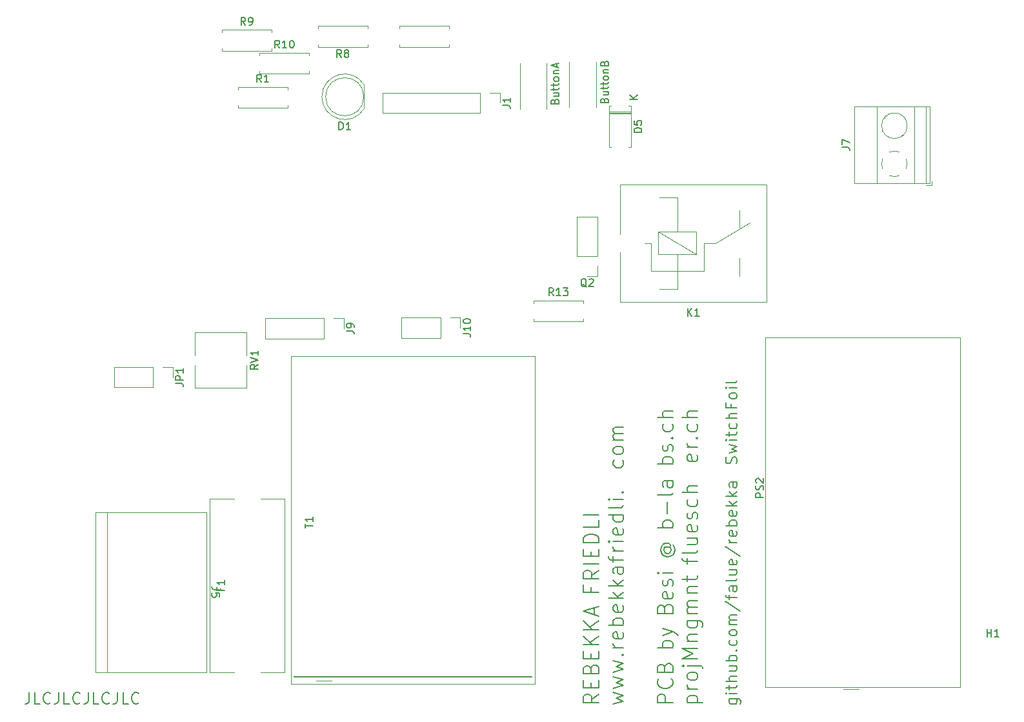
<source format=gbr>
%TF.GenerationSoftware,KiCad,Pcbnew,(7.0.0-0)*%
%TF.CreationDate,2024-05-26T10:43:25+02:00*%
%TF.ProjectId,SwitchFoil,53776974-6368-4466-9f69-6c2e6b696361,rev?*%
%TF.SameCoordinates,Original*%
%TF.FileFunction,Legend,Top*%
%TF.FilePolarity,Positive*%
%FSLAX46Y46*%
G04 Gerber Fmt 4.6, Leading zero omitted, Abs format (unit mm)*
G04 Created by KiCad (PCBNEW (7.0.0-0)) date 2024-05-26 10:43:25*
%MOMM*%
%LPD*%
G01*
G04 APERTURE LIST*
%ADD10C,0.150000*%
%ADD11C,0.120000*%
%ADD12C,0.100000*%
G04 APERTURE END LIST*
D10*
X164404761Y-150780952D02*
X163452380Y-151447619D01*
X164404761Y-151923809D02*
X162404761Y-151923809D01*
X162404761Y-151923809D02*
X162404761Y-151161904D01*
X162404761Y-151161904D02*
X162500000Y-150971428D01*
X162500000Y-150971428D02*
X162595238Y-150876190D01*
X162595238Y-150876190D02*
X162785714Y-150780952D01*
X162785714Y-150780952D02*
X163071428Y-150780952D01*
X163071428Y-150780952D02*
X163261904Y-150876190D01*
X163261904Y-150876190D02*
X163357142Y-150971428D01*
X163357142Y-150971428D02*
X163452380Y-151161904D01*
X163452380Y-151161904D02*
X163452380Y-151923809D01*
X163357142Y-149923809D02*
X163357142Y-149257142D01*
X164404761Y-148971428D02*
X164404761Y-149923809D01*
X164404761Y-149923809D02*
X162404761Y-149923809D01*
X162404761Y-149923809D02*
X162404761Y-148971428D01*
X163357142Y-147447618D02*
X163452380Y-147161904D01*
X163452380Y-147161904D02*
X163547619Y-147066666D01*
X163547619Y-147066666D02*
X163738095Y-146971428D01*
X163738095Y-146971428D02*
X164023809Y-146971428D01*
X164023809Y-146971428D02*
X164214285Y-147066666D01*
X164214285Y-147066666D02*
X164309523Y-147161904D01*
X164309523Y-147161904D02*
X164404761Y-147352380D01*
X164404761Y-147352380D02*
X164404761Y-148114285D01*
X164404761Y-148114285D02*
X162404761Y-148114285D01*
X162404761Y-148114285D02*
X162404761Y-147447618D01*
X162404761Y-147447618D02*
X162500000Y-147257142D01*
X162500000Y-147257142D02*
X162595238Y-147161904D01*
X162595238Y-147161904D02*
X162785714Y-147066666D01*
X162785714Y-147066666D02*
X162976190Y-147066666D01*
X162976190Y-147066666D02*
X163166666Y-147161904D01*
X163166666Y-147161904D02*
X163261904Y-147257142D01*
X163261904Y-147257142D02*
X163357142Y-147447618D01*
X163357142Y-147447618D02*
X163357142Y-148114285D01*
X163357142Y-146114285D02*
X163357142Y-145447618D01*
X164404761Y-145161904D02*
X164404761Y-146114285D01*
X164404761Y-146114285D02*
X162404761Y-146114285D01*
X162404761Y-146114285D02*
X162404761Y-145161904D01*
X164404761Y-144304761D02*
X162404761Y-144304761D01*
X164404761Y-143161904D02*
X163261904Y-144019047D01*
X162404761Y-143161904D02*
X163547619Y-144304761D01*
X164404761Y-142304761D02*
X162404761Y-142304761D01*
X164404761Y-141161904D02*
X163261904Y-142019047D01*
X162404761Y-141161904D02*
X163547619Y-142304761D01*
X163833333Y-140399999D02*
X163833333Y-139447618D01*
X164404761Y-140590475D02*
X162404761Y-139923809D01*
X162404761Y-139923809D02*
X164404761Y-139257142D01*
X163357142Y-136723808D02*
X163357142Y-137390475D01*
X164404761Y-137390475D02*
X162404761Y-137390475D01*
X162404761Y-137390475D02*
X162404761Y-136438094D01*
X164404761Y-134533332D02*
X163452380Y-135199999D01*
X164404761Y-135676189D02*
X162404761Y-135676189D01*
X162404761Y-135676189D02*
X162404761Y-134914284D01*
X162404761Y-134914284D02*
X162500000Y-134723808D01*
X162500000Y-134723808D02*
X162595238Y-134628570D01*
X162595238Y-134628570D02*
X162785714Y-134533332D01*
X162785714Y-134533332D02*
X163071428Y-134533332D01*
X163071428Y-134533332D02*
X163261904Y-134628570D01*
X163261904Y-134628570D02*
X163357142Y-134723808D01*
X163357142Y-134723808D02*
X163452380Y-134914284D01*
X163452380Y-134914284D02*
X163452380Y-135676189D01*
X164404761Y-133676189D02*
X162404761Y-133676189D01*
X163357142Y-132723808D02*
X163357142Y-132057141D01*
X164404761Y-131771427D02*
X164404761Y-132723808D01*
X164404761Y-132723808D02*
X162404761Y-132723808D01*
X162404761Y-132723808D02*
X162404761Y-131771427D01*
X164404761Y-130914284D02*
X162404761Y-130914284D01*
X162404761Y-130914284D02*
X162404761Y-130438094D01*
X162404761Y-130438094D02*
X162500000Y-130152379D01*
X162500000Y-130152379D02*
X162690476Y-129961903D01*
X162690476Y-129961903D02*
X162880952Y-129866665D01*
X162880952Y-129866665D02*
X163261904Y-129771427D01*
X163261904Y-129771427D02*
X163547619Y-129771427D01*
X163547619Y-129771427D02*
X163928571Y-129866665D01*
X163928571Y-129866665D02*
X164119047Y-129961903D01*
X164119047Y-129961903D02*
X164309523Y-130152379D01*
X164309523Y-130152379D02*
X164404761Y-130438094D01*
X164404761Y-130438094D02*
X164404761Y-130914284D01*
X164404761Y-127961903D02*
X164404761Y-128914284D01*
X164404761Y-128914284D02*
X162404761Y-128914284D01*
X164404761Y-127295236D02*
X162404761Y-127295236D01*
X166311428Y-152114285D02*
X167644761Y-151733333D01*
X167644761Y-151733333D02*
X166692380Y-151352380D01*
X166692380Y-151352380D02*
X167644761Y-150971428D01*
X167644761Y-150971428D02*
X166311428Y-150590476D01*
X166311428Y-150019047D02*
X167644761Y-149638095D01*
X167644761Y-149638095D02*
X166692380Y-149257142D01*
X166692380Y-149257142D02*
X167644761Y-148876190D01*
X167644761Y-148876190D02*
X166311428Y-148495238D01*
X166311428Y-147923809D02*
X167644761Y-147542857D01*
X167644761Y-147542857D02*
X166692380Y-147161904D01*
X166692380Y-147161904D02*
X167644761Y-146780952D01*
X167644761Y-146780952D02*
X166311428Y-146400000D01*
X167454285Y-145638095D02*
X167549523Y-145542857D01*
X167549523Y-145542857D02*
X167644761Y-145638095D01*
X167644761Y-145638095D02*
X167549523Y-145733333D01*
X167549523Y-145733333D02*
X167454285Y-145638095D01*
X167454285Y-145638095D02*
X167644761Y-145638095D01*
X167644761Y-144685714D02*
X166311428Y-144685714D01*
X166692380Y-144685714D02*
X166501904Y-144590476D01*
X166501904Y-144590476D02*
X166406666Y-144495238D01*
X166406666Y-144495238D02*
X166311428Y-144304762D01*
X166311428Y-144304762D02*
X166311428Y-144114285D01*
X167549523Y-142685714D02*
X167644761Y-142876190D01*
X167644761Y-142876190D02*
X167644761Y-143257143D01*
X167644761Y-143257143D02*
X167549523Y-143447619D01*
X167549523Y-143447619D02*
X167359047Y-143542857D01*
X167359047Y-143542857D02*
X166597142Y-143542857D01*
X166597142Y-143542857D02*
X166406666Y-143447619D01*
X166406666Y-143447619D02*
X166311428Y-143257143D01*
X166311428Y-143257143D02*
X166311428Y-142876190D01*
X166311428Y-142876190D02*
X166406666Y-142685714D01*
X166406666Y-142685714D02*
X166597142Y-142590476D01*
X166597142Y-142590476D02*
X166787619Y-142590476D01*
X166787619Y-142590476D02*
X166978095Y-143542857D01*
X167644761Y-141733333D02*
X165644761Y-141733333D01*
X166406666Y-141733333D02*
X166311428Y-141542857D01*
X166311428Y-141542857D02*
X166311428Y-141161904D01*
X166311428Y-141161904D02*
X166406666Y-140971428D01*
X166406666Y-140971428D02*
X166501904Y-140876190D01*
X166501904Y-140876190D02*
X166692380Y-140780952D01*
X166692380Y-140780952D02*
X167263809Y-140780952D01*
X167263809Y-140780952D02*
X167454285Y-140876190D01*
X167454285Y-140876190D02*
X167549523Y-140971428D01*
X167549523Y-140971428D02*
X167644761Y-141161904D01*
X167644761Y-141161904D02*
X167644761Y-141542857D01*
X167644761Y-141542857D02*
X167549523Y-141733333D01*
X167549523Y-139161904D02*
X167644761Y-139352380D01*
X167644761Y-139352380D02*
X167644761Y-139733333D01*
X167644761Y-139733333D02*
X167549523Y-139923809D01*
X167549523Y-139923809D02*
X167359047Y-140019047D01*
X167359047Y-140019047D02*
X166597142Y-140019047D01*
X166597142Y-140019047D02*
X166406666Y-139923809D01*
X166406666Y-139923809D02*
X166311428Y-139733333D01*
X166311428Y-139733333D02*
X166311428Y-139352380D01*
X166311428Y-139352380D02*
X166406666Y-139161904D01*
X166406666Y-139161904D02*
X166597142Y-139066666D01*
X166597142Y-139066666D02*
X166787619Y-139066666D01*
X166787619Y-139066666D02*
X166978095Y-140019047D01*
X167644761Y-138209523D02*
X165644761Y-138209523D01*
X166882857Y-138019047D02*
X167644761Y-137447618D01*
X166311428Y-137447618D02*
X167073333Y-138209523D01*
X167644761Y-136590475D02*
X165644761Y-136590475D01*
X166882857Y-136399999D02*
X167644761Y-135828570D01*
X166311428Y-135828570D02*
X167073333Y-136590475D01*
X167644761Y-134114284D02*
X166597142Y-134114284D01*
X166597142Y-134114284D02*
X166406666Y-134209522D01*
X166406666Y-134209522D02*
X166311428Y-134399998D01*
X166311428Y-134399998D02*
X166311428Y-134780951D01*
X166311428Y-134780951D02*
X166406666Y-134971427D01*
X167549523Y-134114284D02*
X167644761Y-134304760D01*
X167644761Y-134304760D02*
X167644761Y-134780951D01*
X167644761Y-134780951D02*
X167549523Y-134971427D01*
X167549523Y-134971427D02*
X167359047Y-135066665D01*
X167359047Y-135066665D02*
X167168571Y-135066665D01*
X167168571Y-135066665D02*
X166978095Y-134971427D01*
X166978095Y-134971427D02*
X166882857Y-134780951D01*
X166882857Y-134780951D02*
X166882857Y-134304760D01*
X166882857Y-134304760D02*
X166787619Y-134114284D01*
X166311428Y-133447617D02*
X166311428Y-132685713D01*
X167644761Y-133161903D02*
X165930476Y-133161903D01*
X165930476Y-133161903D02*
X165740000Y-133066665D01*
X165740000Y-133066665D02*
X165644761Y-132876189D01*
X165644761Y-132876189D02*
X165644761Y-132685713D01*
X167644761Y-132019046D02*
X166311428Y-132019046D01*
X166692380Y-132019046D02*
X166501904Y-131923808D01*
X166501904Y-131923808D02*
X166406666Y-131828570D01*
X166406666Y-131828570D02*
X166311428Y-131638094D01*
X166311428Y-131638094D02*
X166311428Y-131447617D01*
X167644761Y-130780951D02*
X166311428Y-130780951D01*
X165644761Y-130780951D02*
X165740000Y-130876189D01*
X165740000Y-130876189D02*
X165835238Y-130780951D01*
X165835238Y-130780951D02*
X165740000Y-130685713D01*
X165740000Y-130685713D02*
X165644761Y-130780951D01*
X165644761Y-130780951D02*
X165835238Y-130780951D01*
X167549523Y-129066665D02*
X167644761Y-129257141D01*
X167644761Y-129257141D02*
X167644761Y-129638094D01*
X167644761Y-129638094D02*
X167549523Y-129828570D01*
X167549523Y-129828570D02*
X167359047Y-129923808D01*
X167359047Y-129923808D02*
X166597142Y-129923808D01*
X166597142Y-129923808D02*
X166406666Y-129828570D01*
X166406666Y-129828570D02*
X166311428Y-129638094D01*
X166311428Y-129638094D02*
X166311428Y-129257141D01*
X166311428Y-129257141D02*
X166406666Y-129066665D01*
X166406666Y-129066665D02*
X166597142Y-128971427D01*
X166597142Y-128971427D02*
X166787619Y-128971427D01*
X166787619Y-128971427D02*
X166978095Y-129923808D01*
X167644761Y-127257141D02*
X165644761Y-127257141D01*
X167549523Y-127257141D02*
X167644761Y-127447617D01*
X167644761Y-127447617D02*
X167644761Y-127828570D01*
X167644761Y-127828570D02*
X167549523Y-128019046D01*
X167549523Y-128019046D02*
X167454285Y-128114284D01*
X167454285Y-128114284D02*
X167263809Y-128209522D01*
X167263809Y-128209522D02*
X166692380Y-128209522D01*
X166692380Y-128209522D02*
X166501904Y-128114284D01*
X166501904Y-128114284D02*
X166406666Y-128019046D01*
X166406666Y-128019046D02*
X166311428Y-127828570D01*
X166311428Y-127828570D02*
X166311428Y-127447617D01*
X166311428Y-127447617D02*
X166406666Y-127257141D01*
X167644761Y-126019046D02*
X167549523Y-126209522D01*
X167549523Y-126209522D02*
X167359047Y-126304760D01*
X167359047Y-126304760D02*
X165644761Y-126304760D01*
X167644761Y-125257141D02*
X166311428Y-125257141D01*
X165644761Y-125257141D02*
X165740000Y-125352379D01*
X165740000Y-125352379D02*
X165835238Y-125257141D01*
X165835238Y-125257141D02*
X165740000Y-125161903D01*
X165740000Y-125161903D02*
X165644761Y-125257141D01*
X165644761Y-125257141D02*
X165835238Y-125257141D01*
X167454285Y-124304760D02*
X167549523Y-124209522D01*
X167549523Y-124209522D02*
X167644761Y-124304760D01*
X167644761Y-124304760D02*
X167549523Y-124399998D01*
X167549523Y-124399998D02*
X167454285Y-124304760D01*
X167454285Y-124304760D02*
X167644761Y-124304760D01*
X167549523Y-120095236D02*
X167644761Y-120285712D01*
X167644761Y-120285712D02*
X167644761Y-120666665D01*
X167644761Y-120666665D02*
X167549523Y-120857141D01*
X167549523Y-120857141D02*
X167454285Y-120952379D01*
X167454285Y-120952379D02*
X167263809Y-121047617D01*
X167263809Y-121047617D02*
X166692380Y-121047617D01*
X166692380Y-121047617D02*
X166501904Y-120952379D01*
X166501904Y-120952379D02*
X166406666Y-120857141D01*
X166406666Y-120857141D02*
X166311428Y-120666665D01*
X166311428Y-120666665D02*
X166311428Y-120285712D01*
X166311428Y-120285712D02*
X166406666Y-120095236D01*
X167644761Y-118952379D02*
X167549523Y-119142855D01*
X167549523Y-119142855D02*
X167454285Y-119238093D01*
X167454285Y-119238093D02*
X167263809Y-119333331D01*
X167263809Y-119333331D02*
X166692380Y-119333331D01*
X166692380Y-119333331D02*
X166501904Y-119238093D01*
X166501904Y-119238093D02*
X166406666Y-119142855D01*
X166406666Y-119142855D02*
X166311428Y-118952379D01*
X166311428Y-118952379D02*
X166311428Y-118666664D01*
X166311428Y-118666664D02*
X166406666Y-118476188D01*
X166406666Y-118476188D02*
X166501904Y-118380950D01*
X166501904Y-118380950D02*
X166692380Y-118285712D01*
X166692380Y-118285712D02*
X167263809Y-118285712D01*
X167263809Y-118285712D02*
X167454285Y-118380950D01*
X167454285Y-118380950D02*
X167549523Y-118476188D01*
X167549523Y-118476188D02*
X167644761Y-118666664D01*
X167644761Y-118666664D02*
X167644761Y-118952379D01*
X167644761Y-117428569D02*
X166311428Y-117428569D01*
X166501904Y-117428569D02*
X166406666Y-117333331D01*
X166406666Y-117333331D02*
X166311428Y-117142855D01*
X166311428Y-117142855D02*
X166311428Y-116857140D01*
X166311428Y-116857140D02*
X166406666Y-116666664D01*
X166406666Y-116666664D02*
X166597142Y-116571426D01*
X166597142Y-116571426D02*
X167644761Y-116571426D01*
X166597142Y-116571426D02*
X166406666Y-116476188D01*
X166406666Y-116476188D02*
X166311428Y-116285712D01*
X166311428Y-116285712D02*
X166311428Y-115999998D01*
X166311428Y-115999998D02*
X166406666Y-115809521D01*
X166406666Y-115809521D02*
X166597142Y-115714283D01*
X166597142Y-115714283D02*
X167644761Y-115714283D01*
X174124761Y-151923809D02*
X172124761Y-151923809D01*
X172124761Y-151923809D02*
X172124761Y-151161904D01*
X172124761Y-151161904D02*
X172220000Y-150971428D01*
X172220000Y-150971428D02*
X172315238Y-150876190D01*
X172315238Y-150876190D02*
X172505714Y-150780952D01*
X172505714Y-150780952D02*
X172791428Y-150780952D01*
X172791428Y-150780952D02*
X172981904Y-150876190D01*
X172981904Y-150876190D02*
X173077142Y-150971428D01*
X173077142Y-150971428D02*
X173172380Y-151161904D01*
X173172380Y-151161904D02*
X173172380Y-151923809D01*
X173934285Y-148780952D02*
X174029523Y-148876190D01*
X174029523Y-148876190D02*
X174124761Y-149161904D01*
X174124761Y-149161904D02*
X174124761Y-149352380D01*
X174124761Y-149352380D02*
X174029523Y-149638095D01*
X174029523Y-149638095D02*
X173839047Y-149828571D01*
X173839047Y-149828571D02*
X173648571Y-149923809D01*
X173648571Y-149923809D02*
X173267619Y-150019047D01*
X173267619Y-150019047D02*
X172981904Y-150019047D01*
X172981904Y-150019047D02*
X172600952Y-149923809D01*
X172600952Y-149923809D02*
X172410476Y-149828571D01*
X172410476Y-149828571D02*
X172220000Y-149638095D01*
X172220000Y-149638095D02*
X172124761Y-149352380D01*
X172124761Y-149352380D02*
X172124761Y-149161904D01*
X172124761Y-149161904D02*
X172220000Y-148876190D01*
X172220000Y-148876190D02*
X172315238Y-148780952D01*
X173077142Y-147257142D02*
X173172380Y-146971428D01*
X173172380Y-146971428D02*
X173267619Y-146876190D01*
X173267619Y-146876190D02*
X173458095Y-146780952D01*
X173458095Y-146780952D02*
X173743809Y-146780952D01*
X173743809Y-146780952D02*
X173934285Y-146876190D01*
X173934285Y-146876190D02*
X174029523Y-146971428D01*
X174029523Y-146971428D02*
X174124761Y-147161904D01*
X174124761Y-147161904D02*
X174124761Y-147923809D01*
X174124761Y-147923809D02*
X172124761Y-147923809D01*
X172124761Y-147923809D02*
X172124761Y-147257142D01*
X172124761Y-147257142D02*
X172220000Y-147066666D01*
X172220000Y-147066666D02*
X172315238Y-146971428D01*
X172315238Y-146971428D02*
X172505714Y-146876190D01*
X172505714Y-146876190D02*
X172696190Y-146876190D01*
X172696190Y-146876190D02*
X172886666Y-146971428D01*
X172886666Y-146971428D02*
X172981904Y-147066666D01*
X172981904Y-147066666D02*
X173077142Y-147257142D01*
X173077142Y-147257142D02*
X173077142Y-147923809D01*
X174124761Y-144723809D02*
X172124761Y-144723809D01*
X172886666Y-144723809D02*
X172791428Y-144533333D01*
X172791428Y-144533333D02*
X172791428Y-144152380D01*
X172791428Y-144152380D02*
X172886666Y-143961904D01*
X172886666Y-143961904D02*
X172981904Y-143866666D01*
X172981904Y-143866666D02*
X173172380Y-143771428D01*
X173172380Y-143771428D02*
X173743809Y-143771428D01*
X173743809Y-143771428D02*
X173934285Y-143866666D01*
X173934285Y-143866666D02*
X174029523Y-143961904D01*
X174029523Y-143961904D02*
X174124761Y-144152380D01*
X174124761Y-144152380D02*
X174124761Y-144533333D01*
X174124761Y-144533333D02*
X174029523Y-144723809D01*
X172791428Y-143104761D02*
X174124761Y-142628571D01*
X172791428Y-142152380D02*
X174124761Y-142628571D01*
X174124761Y-142628571D02*
X174600952Y-142819047D01*
X174600952Y-142819047D02*
X174696190Y-142914285D01*
X174696190Y-142914285D02*
X174791428Y-143104761D01*
X173077142Y-139523808D02*
X173172380Y-139238094D01*
X173172380Y-139238094D02*
X173267619Y-139142856D01*
X173267619Y-139142856D02*
X173458095Y-139047618D01*
X173458095Y-139047618D02*
X173743809Y-139047618D01*
X173743809Y-139047618D02*
X173934285Y-139142856D01*
X173934285Y-139142856D02*
X174029523Y-139238094D01*
X174029523Y-139238094D02*
X174124761Y-139428570D01*
X174124761Y-139428570D02*
X174124761Y-140190475D01*
X174124761Y-140190475D02*
X172124761Y-140190475D01*
X172124761Y-140190475D02*
X172124761Y-139523808D01*
X172124761Y-139523808D02*
X172220000Y-139333332D01*
X172220000Y-139333332D02*
X172315238Y-139238094D01*
X172315238Y-139238094D02*
X172505714Y-139142856D01*
X172505714Y-139142856D02*
X172696190Y-139142856D01*
X172696190Y-139142856D02*
X172886666Y-139238094D01*
X172886666Y-139238094D02*
X172981904Y-139333332D01*
X172981904Y-139333332D02*
X173077142Y-139523808D01*
X173077142Y-139523808D02*
X173077142Y-140190475D01*
X174029523Y-137428570D02*
X174124761Y-137619046D01*
X174124761Y-137619046D02*
X174124761Y-137999999D01*
X174124761Y-137999999D02*
X174029523Y-138190475D01*
X174029523Y-138190475D02*
X173839047Y-138285713D01*
X173839047Y-138285713D02*
X173077142Y-138285713D01*
X173077142Y-138285713D02*
X172886666Y-138190475D01*
X172886666Y-138190475D02*
X172791428Y-137999999D01*
X172791428Y-137999999D02*
X172791428Y-137619046D01*
X172791428Y-137619046D02*
X172886666Y-137428570D01*
X172886666Y-137428570D02*
X173077142Y-137333332D01*
X173077142Y-137333332D02*
X173267619Y-137333332D01*
X173267619Y-137333332D02*
X173458095Y-138285713D01*
X174029523Y-136571427D02*
X174124761Y-136380951D01*
X174124761Y-136380951D02*
X174124761Y-135999999D01*
X174124761Y-135999999D02*
X174029523Y-135809522D01*
X174029523Y-135809522D02*
X173839047Y-135714284D01*
X173839047Y-135714284D02*
X173743809Y-135714284D01*
X173743809Y-135714284D02*
X173553333Y-135809522D01*
X173553333Y-135809522D02*
X173458095Y-135999999D01*
X173458095Y-135999999D02*
X173458095Y-136285713D01*
X173458095Y-136285713D02*
X173362857Y-136476189D01*
X173362857Y-136476189D02*
X173172380Y-136571427D01*
X173172380Y-136571427D02*
X173077142Y-136571427D01*
X173077142Y-136571427D02*
X172886666Y-136476189D01*
X172886666Y-136476189D02*
X172791428Y-136285713D01*
X172791428Y-136285713D02*
X172791428Y-135999999D01*
X172791428Y-135999999D02*
X172886666Y-135809522D01*
X174124761Y-134857141D02*
X172791428Y-134857141D01*
X172124761Y-134857141D02*
X172220000Y-134952379D01*
X172220000Y-134952379D02*
X172315238Y-134857141D01*
X172315238Y-134857141D02*
X172220000Y-134761903D01*
X172220000Y-134761903D02*
X172124761Y-134857141D01*
X172124761Y-134857141D02*
X172315238Y-134857141D01*
X173172380Y-131466665D02*
X173077142Y-131561903D01*
X173077142Y-131561903D02*
X172981904Y-131752379D01*
X172981904Y-131752379D02*
X172981904Y-131942855D01*
X172981904Y-131942855D02*
X173077142Y-132133331D01*
X173077142Y-132133331D02*
X173172380Y-132228570D01*
X173172380Y-132228570D02*
X173362857Y-132323808D01*
X173362857Y-132323808D02*
X173553333Y-132323808D01*
X173553333Y-132323808D02*
X173743809Y-132228570D01*
X173743809Y-132228570D02*
X173839047Y-132133331D01*
X173839047Y-132133331D02*
X173934285Y-131942855D01*
X173934285Y-131942855D02*
X173934285Y-131752379D01*
X173934285Y-131752379D02*
X173839047Y-131561903D01*
X173839047Y-131561903D02*
X173743809Y-131466665D01*
X172981904Y-131466665D02*
X173743809Y-131466665D01*
X173743809Y-131466665D02*
X173839047Y-131371427D01*
X173839047Y-131371427D02*
X173839047Y-131276189D01*
X173839047Y-131276189D02*
X173743809Y-131085712D01*
X173743809Y-131085712D02*
X173553333Y-130990474D01*
X173553333Y-130990474D02*
X173077142Y-130990474D01*
X173077142Y-130990474D02*
X172791428Y-131180951D01*
X172791428Y-131180951D02*
X172600952Y-131466665D01*
X172600952Y-131466665D02*
X172505714Y-131847617D01*
X172505714Y-131847617D02*
X172600952Y-132228570D01*
X172600952Y-132228570D02*
X172791428Y-132514284D01*
X172791428Y-132514284D02*
X173077142Y-132704760D01*
X173077142Y-132704760D02*
X173458095Y-132799998D01*
X173458095Y-132799998D02*
X173839047Y-132704760D01*
X173839047Y-132704760D02*
X174124761Y-132514284D01*
X174124761Y-132514284D02*
X174315238Y-132228570D01*
X174315238Y-132228570D02*
X174410476Y-131847617D01*
X174410476Y-131847617D02*
X174315238Y-131466665D01*
X174315238Y-131466665D02*
X174124761Y-131180951D01*
X174124761Y-128933331D02*
X172124761Y-128933331D01*
X172886666Y-128933331D02*
X172791428Y-128742855D01*
X172791428Y-128742855D02*
X172791428Y-128361902D01*
X172791428Y-128361902D02*
X172886666Y-128171426D01*
X172886666Y-128171426D02*
X172981904Y-128076188D01*
X172981904Y-128076188D02*
X173172380Y-127980950D01*
X173172380Y-127980950D02*
X173743809Y-127980950D01*
X173743809Y-127980950D02*
X173934285Y-128076188D01*
X173934285Y-128076188D02*
X174029523Y-128171426D01*
X174029523Y-128171426D02*
X174124761Y-128361902D01*
X174124761Y-128361902D02*
X174124761Y-128742855D01*
X174124761Y-128742855D02*
X174029523Y-128933331D01*
X173362857Y-127123807D02*
X173362857Y-125599998D01*
X174124761Y-124361903D02*
X174029523Y-124552379D01*
X174029523Y-124552379D02*
X173839047Y-124647617D01*
X173839047Y-124647617D02*
X172124761Y-124647617D01*
X174124761Y-122742855D02*
X173077142Y-122742855D01*
X173077142Y-122742855D02*
X172886666Y-122838093D01*
X172886666Y-122838093D02*
X172791428Y-123028569D01*
X172791428Y-123028569D02*
X172791428Y-123409522D01*
X172791428Y-123409522D02*
X172886666Y-123599998D01*
X174029523Y-122742855D02*
X174124761Y-122933331D01*
X174124761Y-122933331D02*
X174124761Y-123409522D01*
X174124761Y-123409522D02*
X174029523Y-123599998D01*
X174029523Y-123599998D02*
X173839047Y-123695236D01*
X173839047Y-123695236D02*
X173648571Y-123695236D01*
X173648571Y-123695236D02*
X173458095Y-123599998D01*
X173458095Y-123599998D02*
X173362857Y-123409522D01*
X173362857Y-123409522D02*
X173362857Y-122933331D01*
X173362857Y-122933331D02*
X173267619Y-122742855D01*
X174124761Y-120590474D02*
X172124761Y-120590474D01*
X172886666Y-120590474D02*
X172791428Y-120399998D01*
X172791428Y-120399998D02*
X172791428Y-120019045D01*
X172791428Y-120019045D02*
X172886666Y-119828569D01*
X172886666Y-119828569D02*
X172981904Y-119733331D01*
X172981904Y-119733331D02*
X173172380Y-119638093D01*
X173172380Y-119638093D02*
X173743809Y-119638093D01*
X173743809Y-119638093D02*
X173934285Y-119733331D01*
X173934285Y-119733331D02*
X174029523Y-119828569D01*
X174029523Y-119828569D02*
X174124761Y-120019045D01*
X174124761Y-120019045D02*
X174124761Y-120399998D01*
X174124761Y-120399998D02*
X174029523Y-120590474D01*
X174029523Y-118876188D02*
X174124761Y-118685712D01*
X174124761Y-118685712D02*
X174124761Y-118304760D01*
X174124761Y-118304760D02*
X174029523Y-118114283D01*
X174029523Y-118114283D02*
X173839047Y-118019045D01*
X173839047Y-118019045D02*
X173743809Y-118019045D01*
X173743809Y-118019045D02*
X173553333Y-118114283D01*
X173553333Y-118114283D02*
X173458095Y-118304760D01*
X173458095Y-118304760D02*
X173458095Y-118590474D01*
X173458095Y-118590474D02*
X173362857Y-118780950D01*
X173362857Y-118780950D02*
X173172380Y-118876188D01*
X173172380Y-118876188D02*
X173077142Y-118876188D01*
X173077142Y-118876188D02*
X172886666Y-118780950D01*
X172886666Y-118780950D02*
X172791428Y-118590474D01*
X172791428Y-118590474D02*
X172791428Y-118304760D01*
X172791428Y-118304760D02*
X172886666Y-118114283D01*
X173934285Y-117161902D02*
X174029523Y-117066664D01*
X174029523Y-117066664D02*
X174124761Y-117161902D01*
X174124761Y-117161902D02*
X174029523Y-117257140D01*
X174029523Y-117257140D02*
X173934285Y-117161902D01*
X173934285Y-117161902D02*
X174124761Y-117161902D01*
X174029523Y-115352378D02*
X174124761Y-115542854D01*
X174124761Y-115542854D02*
X174124761Y-115923807D01*
X174124761Y-115923807D02*
X174029523Y-116114283D01*
X174029523Y-116114283D02*
X173934285Y-116209521D01*
X173934285Y-116209521D02*
X173743809Y-116304759D01*
X173743809Y-116304759D02*
X173172380Y-116304759D01*
X173172380Y-116304759D02*
X172981904Y-116209521D01*
X172981904Y-116209521D02*
X172886666Y-116114283D01*
X172886666Y-116114283D02*
X172791428Y-115923807D01*
X172791428Y-115923807D02*
X172791428Y-115542854D01*
X172791428Y-115542854D02*
X172886666Y-115352378D01*
X174124761Y-114495235D02*
X172124761Y-114495235D01*
X174124761Y-113638092D02*
X173077142Y-113638092D01*
X173077142Y-113638092D02*
X172886666Y-113733330D01*
X172886666Y-113733330D02*
X172791428Y-113923806D01*
X172791428Y-113923806D02*
X172791428Y-114209521D01*
X172791428Y-114209521D02*
X172886666Y-114399997D01*
X172886666Y-114399997D02*
X172981904Y-114495235D01*
X176031428Y-151923809D02*
X178031428Y-151923809D01*
X176126666Y-151923809D02*
X176031428Y-151733333D01*
X176031428Y-151733333D02*
X176031428Y-151352380D01*
X176031428Y-151352380D02*
X176126666Y-151161904D01*
X176126666Y-151161904D02*
X176221904Y-151066666D01*
X176221904Y-151066666D02*
X176412380Y-150971428D01*
X176412380Y-150971428D02*
X176983809Y-150971428D01*
X176983809Y-150971428D02*
X177174285Y-151066666D01*
X177174285Y-151066666D02*
X177269523Y-151161904D01*
X177269523Y-151161904D02*
X177364761Y-151352380D01*
X177364761Y-151352380D02*
X177364761Y-151733333D01*
X177364761Y-151733333D02*
X177269523Y-151923809D01*
X177364761Y-150114285D02*
X176031428Y-150114285D01*
X176412380Y-150114285D02*
X176221904Y-150019047D01*
X176221904Y-150019047D02*
X176126666Y-149923809D01*
X176126666Y-149923809D02*
X176031428Y-149733333D01*
X176031428Y-149733333D02*
X176031428Y-149542856D01*
X177364761Y-148590476D02*
X177269523Y-148780952D01*
X177269523Y-148780952D02*
X177174285Y-148876190D01*
X177174285Y-148876190D02*
X176983809Y-148971428D01*
X176983809Y-148971428D02*
X176412380Y-148971428D01*
X176412380Y-148971428D02*
X176221904Y-148876190D01*
X176221904Y-148876190D02*
X176126666Y-148780952D01*
X176126666Y-148780952D02*
X176031428Y-148590476D01*
X176031428Y-148590476D02*
X176031428Y-148304761D01*
X176031428Y-148304761D02*
X176126666Y-148114285D01*
X176126666Y-148114285D02*
X176221904Y-148019047D01*
X176221904Y-148019047D02*
X176412380Y-147923809D01*
X176412380Y-147923809D02*
X176983809Y-147923809D01*
X176983809Y-147923809D02*
X177174285Y-148019047D01*
X177174285Y-148019047D02*
X177269523Y-148114285D01*
X177269523Y-148114285D02*
X177364761Y-148304761D01*
X177364761Y-148304761D02*
X177364761Y-148590476D01*
X176031428Y-147066666D02*
X177745714Y-147066666D01*
X177745714Y-147066666D02*
X177936190Y-147161904D01*
X177936190Y-147161904D02*
X178031428Y-147352380D01*
X178031428Y-147352380D02*
X178031428Y-147447618D01*
X175364761Y-147066666D02*
X175460000Y-147161904D01*
X175460000Y-147161904D02*
X175555238Y-147066666D01*
X175555238Y-147066666D02*
X175460000Y-146971428D01*
X175460000Y-146971428D02*
X175364761Y-147066666D01*
X175364761Y-147066666D02*
X175555238Y-147066666D01*
X177364761Y-146114285D02*
X175364761Y-146114285D01*
X175364761Y-146114285D02*
X176793333Y-145447618D01*
X176793333Y-145447618D02*
X175364761Y-144780952D01*
X175364761Y-144780952D02*
X177364761Y-144780952D01*
X176031428Y-143828571D02*
X177364761Y-143828571D01*
X176221904Y-143828571D02*
X176126666Y-143733333D01*
X176126666Y-143733333D02*
X176031428Y-143542857D01*
X176031428Y-143542857D02*
X176031428Y-143257142D01*
X176031428Y-143257142D02*
X176126666Y-143066666D01*
X176126666Y-143066666D02*
X176317142Y-142971428D01*
X176317142Y-142971428D02*
X177364761Y-142971428D01*
X176031428Y-141161904D02*
X177650476Y-141161904D01*
X177650476Y-141161904D02*
X177840952Y-141257142D01*
X177840952Y-141257142D02*
X177936190Y-141352380D01*
X177936190Y-141352380D02*
X178031428Y-141542857D01*
X178031428Y-141542857D02*
X178031428Y-141828571D01*
X178031428Y-141828571D02*
X177936190Y-142019047D01*
X177269523Y-141161904D02*
X177364761Y-141352380D01*
X177364761Y-141352380D02*
X177364761Y-141733333D01*
X177364761Y-141733333D02*
X177269523Y-141923809D01*
X177269523Y-141923809D02*
X177174285Y-142019047D01*
X177174285Y-142019047D02*
X176983809Y-142114285D01*
X176983809Y-142114285D02*
X176412380Y-142114285D01*
X176412380Y-142114285D02*
X176221904Y-142019047D01*
X176221904Y-142019047D02*
X176126666Y-141923809D01*
X176126666Y-141923809D02*
X176031428Y-141733333D01*
X176031428Y-141733333D02*
X176031428Y-141352380D01*
X176031428Y-141352380D02*
X176126666Y-141161904D01*
X177364761Y-140209523D02*
X176031428Y-140209523D01*
X176221904Y-140209523D02*
X176126666Y-140114285D01*
X176126666Y-140114285D02*
X176031428Y-139923809D01*
X176031428Y-139923809D02*
X176031428Y-139638094D01*
X176031428Y-139638094D02*
X176126666Y-139447618D01*
X176126666Y-139447618D02*
X176317142Y-139352380D01*
X176317142Y-139352380D02*
X177364761Y-139352380D01*
X176317142Y-139352380D02*
X176126666Y-139257142D01*
X176126666Y-139257142D02*
X176031428Y-139066666D01*
X176031428Y-139066666D02*
X176031428Y-138780952D01*
X176031428Y-138780952D02*
X176126666Y-138590475D01*
X176126666Y-138590475D02*
X176317142Y-138495237D01*
X176317142Y-138495237D02*
X177364761Y-138495237D01*
X176031428Y-137542856D02*
X177364761Y-137542856D01*
X176221904Y-137542856D02*
X176126666Y-137447618D01*
X176126666Y-137447618D02*
X176031428Y-137257142D01*
X176031428Y-137257142D02*
X176031428Y-136971427D01*
X176031428Y-136971427D02*
X176126666Y-136780951D01*
X176126666Y-136780951D02*
X176317142Y-136685713D01*
X176317142Y-136685713D02*
X177364761Y-136685713D01*
X176031428Y-136019046D02*
X176031428Y-135257142D01*
X175364761Y-135733332D02*
X177079047Y-135733332D01*
X177079047Y-135733332D02*
X177269523Y-135638094D01*
X177269523Y-135638094D02*
X177364761Y-135447618D01*
X177364761Y-135447618D02*
X177364761Y-135257142D01*
X176031428Y-133676189D02*
X176031428Y-132914285D01*
X177364761Y-133390475D02*
X175650476Y-133390475D01*
X175650476Y-133390475D02*
X175460000Y-133295237D01*
X175460000Y-133295237D02*
X175364761Y-133104761D01*
X175364761Y-133104761D02*
X175364761Y-132914285D01*
X177364761Y-131961904D02*
X177269523Y-132152380D01*
X177269523Y-132152380D02*
X177079047Y-132247618D01*
X177079047Y-132247618D02*
X175364761Y-132247618D01*
X176031428Y-130342856D02*
X177364761Y-130342856D01*
X176031428Y-131199999D02*
X177079047Y-131199999D01*
X177079047Y-131199999D02*
X177269523Y-131104761D01*
X177269523Y-131104761D02*
X177364761Y-130914285D01*
X177364761Y-130914285D02*
X177364761Y-130628570D01*
X177364761Y-130628570D02*
X177269523Y-130438094D01*
X177269523Y-130438094D02*
X177174285Y-130342856D01*
X177269523Y-128628570D02*
X177364761Y-128819046D01*
X177364761Y-128819046D02*
X177364761Y-129199999D01*
X177364761Y-129199999D02*
X177269523Y-129390475D01*
X177269523Y-129390475D02*
X177079047Y-129485713D01*
X177079047Y-129485713D02*
X176317142Y-129485713D01*
X176317142Y-129485713D02*
X176126666Y-129390475D01*
X176126666Y-129390475D02*
X176031428Y-129199999D01*
X176031428Y-129199999D02*
X176031428Y-128819046D01*
X176031428Y-128819046D02*
X176126666Y-128628570D01*
X176126666Y-128628570D02*
X176317142Y-128533332D01*
X176317142Y-128533332D02*
X176507619Y-128533332D01*
X176507619Y-128533332D02*
X176698095Y-129485713D01*
X177269523Y-127771427D02*
X177364761Y-127580951D01*
X177364761Y-127580951D02*
X177364761Y-127199999D01*
X177364761Y-127199999D02*
X177269523Y-127009522D01*
X177269523Y-127009522D02*
X177079047Y-126914284D01*
X177079047Y-126914284D02*
X176983809Y-126914284D01*
X176983809Y-126914284D02*
X176793333Y-127009522D01*
X176793333Y-127009522D02*
X176698095Y-127199999D01*
X176698095Y-127199999D02*
X176698095Y-127485713D01*
X176698095Y-127485713D02*
X176602857Y-127676189D01*
X176602857Y-127676189D02*
X176412380Y-127771427D01*
X176412380Y-127771427D02*
X176317142Y-127771427D01*
X176317142Y-127771427D02*
X176126666Y-127676189D01*
X176126666Y-127676189D02*
X176031428Y-127485713D01*
X176031428Y-127485713D02*
X176031428Y-127199999D01*
X176031428Y-127199999D02*
X176126666Y-127009522D01*
X177269523Y-125199998D02*
X177364761Y-125390474D01*
X177364761Y-125390474D02*
X177364761Y-125771427D01*
X177364761Y-125771427D02*
X177269523Y-125961903D01*
X177269523Y-125961903D02*
X177174285Y-126057141D01*
X177174285Y-126057141D02*
X176983809Y-126152379D01*
X176983809Y-126152379D02*
X176412380Y-126152379D01*
X176412380Y-126152379D02*
X176221904Y-126057141D01*
X176221904Y-126057141D02*
X176126666Y-125961903D01*
X176126666Y-125961903D02*
X176031428Y-125771427D01*
X176031428Y-125771427D02*
X176031428Y-125390474D01*
X176031428Y-125390474D02*
X176126666Y-125199998D01*
X177364761Y-124342855D02*
X175364761Y-124342855D01*
X177364761Y-123485712D02*
X176317142Y-123485712D01*
X176317142Y-123485712D02*
X176126666Y-123580950D01*
X176126666Y-123580950D02*
X176031428Y-123771426D01*
X176031428Y-123771426D02*
X176031428Y-124057141D01*
X176031428Y-124057141D02*
X176126666Y-124247617D01*
X176126666Y-124247617D02*
X176221904Y-124342855D01*
X177269523Y-119371426D02*
X177364761Y-119561902D01*
X177364761Y-119561902D02*
X177364761Y-119942855D01*
X177364761Y-119942855D02*
X177269523Y-120133331D01*
X177269523Y-120133331D02*
X177079047Y-120228569D01*
X177079047Y-120228569D02*
X176317142Y-120228569D01*
X176317142Y-120228569D02*
X176126666Y-120133331D01*
X176126666Y-120133331D02*
X176031428Y-119942855D01*
X176031428Y-119942855D02*
X176031428Y-119561902D01*
X176031428Y-119561902D02*
X176126666Y-119371426D01*
X176126666Y-119371426D02*
X176317142Y-119276188D01*
X176317142Y-119276188D02*
X176507619Y-119276188D01*
X176507619Y-119276188D02*
X176698095Y-120228569D01*
X177364761Y-118419045D02*
X176031428Y-118419045D01*
X176412380Y-118419045D02*
X176221904Y-118323807D01*
X176221904Y-118323807D02*
X176126666Y-118228569D01*
X176126666Y-118228569D02*
X176031428Y-118038093D01*
X176031428Y-118038093D02*
X176031428Y-117847616D01*
X177174285Y-117180950D02*
X177269523Y-117085712D01*
X177269523Y-117085712D02*
X177364761Y-117180950D01*
X177364761Y-117180950D02*
X177269523Y-117276188D01*
X177269523Y-117276188D02*
X177174285Y-117180950D01*
X177174285Y-117180950D02*
X177364761Y-117180950D01*
X177269523Y-115371426D02*
X177364761Y-115561902D01*
X177364761Y-115561902D02*
X177364761Y-115942855D01*
X177364761Y-115942855D02*
X177269523Y-116133331D01*
X177269523Y-116133331D02*
X177174285Y-116228569D01*
X177174285Y-116228569D02*
X176983809Y-116323807D01*
X176983809Y-116323807D02*
X176412380Y-116323807D01*
X176412380Y-116323807D02*
X176221904Y-116228569D01*
X176221904Y-116228569D02*
X176126666Y-116133331D01*
X176126666Y-116133331D02*
X176031428Y-115942855D01*
X176031428Y-115942855D02*
X176031428Y-115561902D01*
X176031428Y-115561902D02*
X176126666Y-115371426D01*
X177364761Y-114514283D02*
X175364761Y-114514283D01*
X177364761Y-113657140D02*
X176317142Y-113657140D01*
X176317142Y-113657140D02*
X176126666Y-113752378D01*
X176126666Y-113752378D02*
X176031428Y-113942854D01*
X176031428Y-113942854D02*
X176031428Y-114228569D01*
X176031428Y-114228569D02*
X176126666Y-114419045D01*
X176126666Y-114419045D02*
X176221904Y-114514283D01*
X181553571Y-151400000D02*
X182767857Y-151400000D01*
X182767857Y-151400000D02*
X182910714Y-151471428D01*
X182910714Y-151471428D02*
X182982142Y-151542857D01*
X182982142Y-151542857D02*
X183053571Y-151685714D01*
X183053571Y-151685714D02*
X183053571Y-151900000D01*
X183053571Y-151900000D02*
X182982142Y-152042857D01*
X182482142Y-151400000D02*
X182553571Y-151542857D01*
X182553571Y-151542857D02*
X182553571Y-151828571D01*
X182553571Y-151828571D02*
X182482142Y-151971428D01*
X182482142Y-151971428D02*
X182410714Y-152042857D01*
X182410714Y-152042857D02*
X182267857Y-152114285D01*
X182267857Y-152114285D02*
X181839285Y-152114285D01*
X181839285Y-152114285D02*
X181696428Y-152042857D01*
X181696428Y-152042857D02*
X181625000Y-151971428D01*
X181625000Y-151971428D02*
X181553571Y-151828571D01*
X181553571Y-151828571D02*
X181553571Y-151542857D01*
X181553571Y-151542857D02*
X181625000Y-151400000D01*
X182553571Y-150685714D02*
X181553571Y-150685714D01*
X181053571Y-150685714D02*
X181125000Y-150757142D01*
X181125000Y-150757142D02*
X181196428Y-150685714D01*
X181196428Y-150685714D02*
X181125000Y-150614285D01*
X181125000Y-150614285D02*
X181053571Y-150685714D01*
X181053571Y-150685714D02*
X181196428Y-150685714D01*
X181553571Y-150185713D02*
X181553571Y-149614285D01*
X181053571Y-149971428D02*
X182339285Y-149971428D01*
X182339285Y-149971428D02*
X182482142Y-149899999D01*
X182482142Y-149899999D02*
X182553571Y-149757142D01*
X182553571Y-149757142D02*
X182553571Y-149614285D01*
X182553571Y-149114285D02*
X181053571Y-149114285D01*
X182553571Y-148471428D02*
X181767857Y-148471428D01*
X181767857Y-148471428D02*
X181625000Y-148542856D01*
X181625000Y-148542856D02*
X181553571Y-148685713D01*
X181553571Y-148685713D02*
X181553571Y-148899999D01*
X181553571Y-148899999D02*
X181625000Y-149042856D01*
X181625000Y-149042856D02*
X181696428Y-149114285D01*
X181553571Y-147114285D02*
X182553571Y-147114285D01*
X181553571Y-147757142D02*
X182339285Y-147757142D01*
X182339285Y-147757142D02*
X182482142Y-147685713D01*
X182482142Y-147685713D02*
X182553571Y-147542856D01*
X182553571Y-147542856D02*
X182553571Y-147328570D01*
X182553571Y-147328570D02*
X182482142Y-147185713D01*
X182482142Y-147185713D02*
X182410714Y-147114285D01*
X182553571Y-146399999D02*
X181053571Y-146399999D01*
X181625000Y-146399999D02*
X181553571Y-146257142D01*
X181553571Y-146257142D02*
X181553571Y-145971427D01*
X181553571Y-145971427D02*
X181625000Y-145828570D01*
X181625000Y-145828570D02*
X181696428Y-145757142D01*
X181696428Y-145757142D02*
X181839285Y-145685713D01*
X181839285Y-145685713D02*
X182267857Y-145685713D01*
X182267857Y-145685713D02*
X182410714Y-145757142D01*
X182410714Y-145757142D02*
X182482142Y-145828570D01*
X182482142Y-145828570D02*
X182553571Y-145971427D01*
X182553571Y-145971427D02*
X182553571Y-146257142D01*
X182553571Y-146257142D02*
X182482142Y-146399999D01*
X182410714Y-145042856D02*
X182482142Y-144971427D01*
X182482142Y-144971427D02*
X182553571Y-145042856D01*
X182553571Y-145042856D02*
X182482142Y-145114284D01*
X182482142Y-145114284D02*
X182410714Y-145042856D01*
X182410714Y-145042856D02*
X182553571Y-145042856D01*
X182482142Y-143685713D02*
X182553571Y-143828570D01*
X182553571Y-143828570D02*
X182553571Y-144114284D01*
X182553571Y-144114284D02*
X182482142Y-144257141D01*
X182482142Y-144257141D02*
X182410714Y-144328570D01*
X182410714Y-144328570D02*
X182267857Y-144399998D01*
X182267857Y-144399998D02*
X181839285Y-144399998D01*
X181839285Y-144399998D02*
X181696428Y-144328570D01*
X181696428Y-144328570D02*
X181625000Y-144257141D01*
X181625000Y-144257141D02*
X181553571Y-144114284D01*
X181553571Y-144114284D02*
X181553571Y-143828570D01*
X181553571Y-143828570D02*
X181625000Y-143685713D01*
X182553571Y-142828570D02*
X182482142Y-142971427D01*
X182482142Y-142971427D02*
X182410714Y-143042856D01*
X182410714Y-143042856D02*
X182267857Y-143114284D01*
X182267857Y-143114284D02*
X181839285Y-143114284D01*
X181839285Y-143114284D02*
X181696428Y-143042856D01*
X181696428Y-143042856D02*
X181625000Y-142971427D01*
X181625000Y-142971427D02*
X181553571Y-142828570D01*
X181553571Y-142828570D02*
X181553571Y-142614284D01*
X181553571Y-142614284D02*
X181625000Y-142471427D01*
X181625000Y-142471427D02*
X181696428Y-142399999D01*
X181696428Y-142399999D02*
X181839285Y-142328570D01*
X181839285Y-142328570D02*
X182267857Y-142328570D01*
X182267857Y-142328570D02*
X182410714Y-142399999D01*
X182410714Y-142399999D02*
X182482142Y-142471427D01*
X182482142Y-142471427D02*
X182553571Y-142614284D01*
X182553571Y-142614284D02*
X182553571Y-142828570D01*
X182553571Y-141685713D02*
X181553571Y-141685713D01*
X181696428Y-141685713D02*
X181625000Y-141614284D01*
X181625000Y-141614284D02*
X181553571Y-141471427D01*
X181553571Y-141471427D02*
X181553571Y-141257141D01*
X181553571Y-141257141D02*
X181625000Y-141114284D01*
X181625000Y-141114284D02*
X181767857Y-141042856D01*
X181767857Y-141042856D02*
X182553571Y-141042856D01*
X181767857Y-141042856D02*
X181625000Y-140971427D01*
X181625000Y-140971427D02*
X181553571Y-140828570D01*
X181553571Y-140828570D02*
X181553571Y-140614284D01*
X181553571Y-140614284D02*
X181625000Y-140471427D01*
X181625000Y-140471427D02*
X181767857Y-140399998D01*
X181767857Y-140399998D02*
X182553571Y-140399998D01*
X180982142Y-138614284D02*
X182910714Y-139899998D01*
X181553571Y-138328569D02*
X181553571Y-137757141D01*
X182553571Y-138114284D02*
X181267857Y-138114284D01*
X181267857Y-138114284D02*
X181125000Y-138042855D01*
X181125000Y-138042855D02*
X181053571Y-137899998D01*
X181053571Y-137899998D02*
X181053571Y-137757141D01*
X182553571Y-136614284D02*
X181767857Y-136614284D01*
X181767857Y-136614284D02*
X181625000Y-136685712D01*
X181625000Y-136685712D02*
X181553571Y-136828569D01*
X181553571Y-136828569D02*
X181553571Y-137114284D01*
X181553571Y-137114284D02*
X181625000Y-137257141D01*
X182482142Y-136614284D02*
X182553571Y-136757141D01*
X182553571Y-136757141D02*
X182553571Y-137114284D01*
X182553571Y-137114284D02*
X182482142Y-137257141D01*
X182482142Y-137257141D02*
X182339285Y-137328569D01*
X182339285Y-137328569D02*
X182196428Y-137328569D01*
X182196428Y-137328569D02*
X182053571Y-137257141D01*
X182053571Y-137257141D02*
X181982142Y-137114284D01*
X181982142Y-137114284D02*
X181982142Y-136757141D01*
X181982142Y-136757141D02*
X181910714Y-136614284D01*
X182553571Y-135685712D02*
X182482142Y-135828569D01*
X182482142Y-135828569D02*
X182339285Y-135899998D01*
X182339285Y-135899998D02*
X181053571Y-135899998D01*
X181553571Y-134471427D02*
X182553571Y-134471427D01*
X181553571Y-135114284D02*
X182339285Y-135114284D01*
X182339285Y-135114284D02*
X182482142Y-135042855D01*
X182482142Y-135042855D02*
X182553571Y-134899998D01*
X182553571Y-134899998D02*
X182553571Y-134685712D01*
X182553571Y-134685712D02*
X182482142Y-134542855D01*
X182482142Y-134542855D02*
X182410714Y-134471427D01*
X182482142Y-133185712D02*
X182553571Y-133328569D01*
X182553571Y-133328569D02*
X182553571Y-133614284D01*
X182553571Y-133614284D02*
X182482142Y-133757141D01*
X182482142Y-133757141D02*
X182339285Y-133828569D01*
X182339285Y-133828569D02*
X181767857Y-133828569D01*
X181767857Y-133828569D02*
X181625000Y-133757141D01*
X181625000Y-133757141D02*
X181553571Y-133614284D01*
X181553571Y-133614284D02*
X181553571Y-133328569D01*
X181553571Y-133328569D02*
X181625000Y-133185712D01*
X181625000Y-133185712D02*
X181767857Y-133114284D01*
X181767857Y-133114284D02*
X181910714Y-133114284D01*
X181910714Y-133114284D02*
X182053571Y-133828569D01*
X180982142Y-131399998D02*
X182910714Y-132685712D01*
X182553571Y-130899998D02*
X181553571Y-130899998D01*
X181839285Y-130899998D02*
X181696428Y-130828569D01*
X181696428Y-130828569D02*
X181625000Y-130757141D01*
X181625000Y-130757141D02*
X181553571Y-130614283D01*
X181553571Y-130614283D02*
X181553571Y-130471426D01*
X182482142Y-129399998D02*
X182553571Y-129542855D01*
X182553571Y-129542855D02*
X182553571Y-129828570D01*
X182553571Y-129828570D02*
X182482142Y-129971427D01*
X182482142Y-129971427D02*
X182339285Y-130042855D01*
X182339285Y-130042855D02*
X181767857Y-130042855D01*
X181767857Y-130042855D02*
X181625000Y-129971427D01*
X181625000Y-129971427D02*
X181553571Y-129828570D01*
X181553571Y-129828570D02*
X181553571Y-129542855D01*
X181553571Y-129542855D02*
X181625000Y-129399998D01*
X181625000Y-129399998D02*
X181767857Y-129328570D01*
X181767857Y-129328570D02*
X181910714Y-129328570D01*
X181910714Y-129328570D02*
X182053571Y-130042855D01*
X182553571Y-128685713D02*
X181053571Y-128685713D01*
X181625000Y-128685713D02*
X181553571Y-128542856D01*
X181553571Y-128542856D02*
X181553571Y-128257141D01*
X181553571Y-128257141D02*
X181625000Y-128114284D01*
X181625000Y-128114284D02*
X181696428Y-128042856D01*
X181696428Y-128042856D02*
X181839285Y-127971427D01*
X181839285Y-127971427D02*
X182267857Y-127971427D01*
X182267857Y-127971427D02*
X182410714Y-128042856D01*
X182410714Y-128042856D02*
X182482142Y-128114284D01*
X182482142Y-128114284D02*
X182553571Y-128257141D01*
X182553571Y-128257141D02*
X182553571Y-128542856D01*
X182553571Y-128542856D02*
X182482142Y-128685713D01*
X182482142Y-126757141D02*
X182553571Y-126899998D01*
X182553571Y-126899998D02*
X182553571Y-127185713D01*
X182553571Y-127185713D02*
X182482142Y-127328570D01*
X182482142Y-127328570D02*
X182339285Y-127399998D01*
X182339285Y-127399998D02*
X181767857Y-127399998D01*
X181767857Y-127399998D02*
X181625000Y-127328570D01*
X181625000Y-127328570D02*
X181553571Y-127185713D01*
X181553571Y-127185713D02*
X181553571Y-126899998D01*
X181553571Y-126899998D02*
X181625000Y-126757141D01*
X181625000Y-126757141D02*
X181767857Y-126685713D01*
X181767857Y-126685713D02*
X181910714Y-126685713D01*
X181910714Y-126685713D02*
X182053571Y-127399998D01*
X182553571Y-126042856D02*
X181053571Y-126042856D01*
X181982142Y-125899999D02*
X182553571Y-125471427D01*
X181553571Y-125471427D02*
X182125000Y-126042856D01*
X182553571Y-124828570D02*
X181053571Y-124828570D01*
X181982142Y-124685713D02*
X182553571Y-124257141D01*
X181553571Y-124257141D02*
X182125000Y-124828570D01*
X182553571Y-122971427D02*
X181767857Y-122971427D01*
X181767857Y-122971427D02*
X181625000Y-123042855D01*
X181625000Y-123042855D02*
X181553571Y-123185712D01*
X181553571Y-123185712D02*
X181553571Y-123471427D01*
X181553571Y-123471427D02*
X181625000Y-123614284D01*
X182482142Y-122971427D02*
X182553571Y-123114284D01*
X182553571Y-123114284D02*
X182553571Y-123471427D01*
X182553571Y-123471427D02*
X182482142Y-123614284D01*
X182482142Y-123614284D02*
X182339285Y-123685712D01*
X182339285Y-123685712D02*
X182196428Y-123685712D01*
X182196428Y-123685712D02*
X182053571Y-123614284D01*
X182053571Y-123614284D02*
X181982142Y-123471427D01*
X181982142Y-123471427D02*
X181982142Y-123114284D01*
X181982142Y-123114284D02*
X181910714Y-122971427D01*
X182482142Y-120528569D02*
X182553571Y-120314284D01*
X182553571Y-120314284D02*
X182553571Y-119957141D01*
X182553571Y-119957141D02*
X182482142Y-119814284D01*
X182482142Y-119814284D02*
X182410714Y-119742855D01*
X182410714Y-119742855D02*
X182267857Y-119671426D01*
X182267857Y-119671426D02*
X182125000Y-119671426D01*
X182125000Y-119671426D02*
X181982142Y-119742855D01*
X181982142Y-119742855D02*
X181910714Y-119814284D01*
X181910714Y-119814284D02*
X181839285Y-119957141D01*
X181839285Y-119957141D02*
X181767857Y-120242855D01*
X181767857Y-120242855D02*
X181696428Y-120385712D01*
X181696428Y-120385712D02*
X181625000Y-120457141D01*
X181625000Y-120457141D02*
X181482142Y-120528569D01*
X181482142Y-120528569D02*
X181339285Y-120528569D01*
X181339285Y-120528569D02*
X181196428Y-120457141D01*
X181196428Y-120457141D02*
X181125000Y-120385712D01*
X181125000Y-120385712D02*
X181053571Y-120242855D01*
X181053571Y-120242855D02*
X181053571Y-119885712D01*
X181053571Y-119885712D02*
X181125000Y-119671426D01*
X181553571Y-119171427D02*
X182553571Y-118885713D01*
X182553571Y-118885713D02*
X181839285Y-118599998D01*
X181839285Y-118599998D02*
X182553571Y-118314284D01*
X182553571Y-118314284D02*
X181553571Y-118028570D01*
X182553571Y-117457141D02*
X181553571Y-117457141D01*
X181053571Y-117457141D02*
X181125000Y-117528569D01*
X181125000Y-117528569D02*
X181196428Y-117457141D01*
X181196428Y-117457141D02*
X181125000Y-117385712D01*
X181125000Y-117385712D02*
X181053571Y-117457141D01*
X181053571Y-117457141D02*
X181196428Y-117457141D01*
X181553571Y-116957140D02*
X181553571Y-116385712D01*
X181053571Y-116742855D02*
X182339285Y-116742855D01*
X182339285Y-116742855D02*
X182482142Y-116671426D01*
X182482142Y-116671426D02*
X182553571Y-116528569D01*
X182553571Y-116528569D02*
X182553571Y-116385712D01*
X182482142Y-115242855D02*
X182553571Y-115385712D01*
X182553571Y-115385712D02*
X182553571Y-115671426D01*
X182553571Y-115671426D02*
X182482142Y-115814283D01*
X182482142Y-115814283D02*
X182410714Y-115885712D01*
X182410714Y-115885712D02*
X182267857Y-115957140D01*
X182267857Y-115957140D02*
X181839285Y-115957140D01*
X181839285Y-115957140D02*
X181696428Y-115885712D01*
X181696428Y-115885712D02*
X181625000Y-115814283D01*
X181625000Y-115814283D02*
X181553571Y-115671426D01*
X181553571Y-115671426D02*
X181553571Y-115385712D01*
X181553571Y-115385712D02*
X181625000Y-115242855D01*
X182553571Y-114599998D02*
X181053571Y-114599998D01*
X182553571Y-113957141D02*
X181767857Y-113957141D01*
X181767857Y-113957141D02*
X181625000Y-114028569D01*
X181625000Y-114028569D02*
X181553571Y-114171426D01*
X181553571Y-114171426D02*
X181553571Y-114385712D01*
X181553571Y-114385712D02*
X181625000Y-114528569D01*
X181625000Y-114528569D02*
X181696428Y-114599998D01*
X181767857Y-112742855D02*
X181767857Y-113242855D01*
X182553571Y-113242855D02*
X181053571Y-113242855D01*
X181053571Y-113242855D02*
X181053571Y-112528569D01*
X182553571Y-111742855D02*
X182482142Y-111885712D01*
X182482142Y-111885712D02*
X182410714Y-111957141D01*
X182410714Y-111957141D02*
X182267857Y-112028569D01*
X182267857Y-112028569D02*
X181839285Y-112028569D01*
X181839285Y-112028569D02*
X181696428Y-111957141D01*
X181696428Y-111957141D02*
X181625000Y-111885712D01*
X181625000Y-111885712D02*
X181553571Y-111742855D01*
X181553571Y-111742855D02*
X181553571Y-111528569D01*
X181553571Y-111528569D02*
X181625000Y-111385712D01*
X181625000Y-111385712D02*
X181696428Y-111314284D01*
X181696428Y-111314284D02*
X181839285Y-111242855D01*
X181839285Y-111242855D02*
X182267857Y-111242855D01*
X182267857Y-111242855D02*
X182410714Y-111314284D01*
X182410714Y-111314284D02*
X182482142Y-111385712D01*
X182482142Y-111385712D02*
X182553571Y-111528569D01*
X182553571Y-111528569D02*
X182553571Y-111742855D01*
X182553571Y-110599998D02*
X181553571Y-110599998D01*
X181053571Y-110599998D02*
X181125000Y-110671426D01*
X181125000Y-110671426D02*
X181196428Y-110599998D01*
X181196428Y-110599998D02*
X181125000Y-110528569D01*
X181125000Y-110528569D02*
X181053571Y-110599998D01*
X181053571Y-110599998D02*
X181196428Y-110599998D01*
X182553571Y-109671426D02*
X182482142Y-109814283D01*
X182482142Y-109814283D02*
X182339285Y-109885712D01*
X182339285Y-109885712D02*
X181053571Y-109885712D01*
X89685714Y-150573571D02*
X89685714Y-151645000D01*
X89685714Y-151645000D02*
X89614285Y-151859285D01*
X89614285Y-151859285D02*
X89471428Y-152002142D01*
X89471428Y-152002142D02*
X89257142Y-152073571D01*
X89257142Y-152073571D02*
X89114285Y-152073571D01*
X91114285Y-152073571D02*
X90399999Y-152073571D01*
X90399999Y-152073571D02*
X90399999Y-150573571D01*
X92471428Y-151930714D02*
X92400000Y-152002142D01*
X92400000Y-152002142D02*
X92185714Y-152073571D01*
X92185714Y-152073571D02*
X92042857Y-152073571D01*
X92042857Y-152073571D02*
X91828571Y-152002142D01*
X91828571Y-152002142D02*
X91685714Y-151859285D01*
X91685714Y-151859285D02*
X91614285Y-151716428D01*
X91614285Y-151716428D02*
X91542857Y-151430714D01*
X91542857Y-151430714D02*
X91542857Y-151216428D01*
X91542857Y-151216428D02*
X91614285Y-150930714D01*
X91614285Y-150930714D02*
X91685714Y-150787857D01*
X91685714Y-150787857D02*
X91828571Y-150645000D01*
X91828571Y-150645000D02*
X92042857Y-150573571D01*
X92042857Y-150573571D02*
X92185714Y-150573571D01*
X92185714Y-150573571D02*
X92400000Y-150645000D01*
X92400000Y-150645000D02*
X92471428Y-150716428D01*
X93542857Y-150573571D02*
X93542857Y-151645000D01*
X93542857Y-151645000D02*
X93471428Y-151859285D01*
X93471428Y-151859285D02*
X93328571Y-152002142D01*
X93328571Y-152002142D02*
X93114285Y-152073571D01*
X93114285Y-152073571D02*
X92971428Y-152073571D01*
X94971428Y-152073571D02*
X94257142Y-152073571D01*
X94257142Y-152073571D02*
X94257142Y-150573571D01*
X96328571Y-151930714D02*
X96257143Y-152002142D01*
X96257143Y-152002142D02*
X96042857Y-152073571D01*
X96042857Y-152073571D02*
X95900000Y-152073571D01*
X95900000Y-152073571D02*
X95685714Y-152002142D01*
X95685714Y-152002142D02*
X95542857Y-151859285D01*
X95542857Y-151859285D02*
X95471428Y-151716428D01*
X95471428Y-151716428D02*
X95400000Y-151430714D01*
X95400000Y-151430714D02*
X95400000Y-151216428D01*
X95400000Y-151216428D02*
X95471428Y-150930714D01*
X95471428Y-150930714D02*
X95542857Y-150787857D01*
X95542857Y-150787857D02*
X95685714Y-150645000D01*
X95685714Y-150645000D02*
X95900000Y-150573571D01*
X95900000Y-150573571D02*
X96042857Y-150573571D01*
X96042857Y-150573571D02*
X96257143Y-150645000D01*
X96257143Y-150645000D02*
X96328571Y-150716428D01*
X97400000Y-150573571D02*
X97400000Y-151645000D01*
X97400000Y-151645000D02*
X97328571Y-151859285D01*
X97328571Y-151859285D02*
X97185714Y-152002142D01*
X97185714Y-152002142D02*
X96971428Y-152073571D01*
X96971428Y-152073571D02*
X96828571Y-152073571D01*
X98828571Y-152073571D02*
X98114285Y-152073571D01*
X98114285Y-152073571D02*
X98114285Y-150573571D01*
X100185714Y-151930714D02*
X100114286Y-152002142D01*
X100114286Y-152002142D02*
X99900000Y-152073571D01*
X99900000Y-152073571D02*
X99757143Y-152073571D01*
X99757143Y-152073571D02*
X99542857Y-152002142D01*
X99542857Y-152002142D02*
X99400000Y-151859285D01*
X99400000Y-151859285D02*
X99328571Y-151716428D01*
X99328571Y-151716428D02*
X99257143Y-151430714D01*
X99257143Y-151430714D02*
X99257143Y-151216428D01*
X99257143Y-151216428D02*
X99328571Y-150930714D01*
X99328571Y-150930714D02*
X99400000Y-150787857D01*
X99400000Y-150787857D02*
X99542857Y-150645000D01*
X99542857Y-150645000D02*
X99757143Y-150573571D01*
X99757143Y-150573571D02*
X99900000Y-150573571D01*
X99900000Y-150573571D02*
X100114286Y-150645000D01*
X100114286Y-150645000D02*
X100185714Y-150716428D01*
X101257143Y-150573571D02*
X101257143Y-151645000D01*
X101257143Y-151645000D02*
X101185714Y-151859285D01*
X101185714Y-151859285D02*
X101042857Y-152002142D01*
X101042857Y-152002142D02*
X100828571Y-152073571D01*
X100828571Y-152073571D02*
X100685714Y-152073571D01*
X102685714Y-152073571D02*
X101971428Y-152073571D01*
X101971428Y-152073571D02*
X101971428Y-150573571D01*
X104042857Y-151930714D02*
X103971429Y-152002142D01*
X103971429Y-152002142D02*
X103757143Y-152073571D01*
X103757143Y-152073571D02*
X103614286Y-152073571D01*
X103614286Y-152073571D02*
X103400000Y-152002142D01*
X103400000Y-152002142D02*
X103257143Y-151859285D01*
X103257143Y-151859285D02*
X103185714Y-151716428D01*
X103185714Y-151716428D02*
X103114286Y-151430714D01*
X103114286Y-151430714D02*
X103114286Y-151216428D01*
X103114286Y-151216428D02*
X103185714Y-150930714D01*
X103185714Y-150930714D02*
X103257143Y-150787857D01*
X103257143Y-150787857D02*
X103400000Y-150645000D01*
X103400000Y-150645000D02*
X103614286Y-150573571D01*
X103614286Y-150573571D02*
X103757143Y-150573571D01*
X103757143Y-150573571D02*
X103971429Y-150645000D01*
X103971429Y-150645000D02*
X104042857Y-150716428D01*
%TO.C,R10*%
X122507831Y-65999383D02*
X122174498Y-65523193D01*
X121936403Y-65999383D02*
X121936403Y-64999383D01*
X121936403Y-64999383D02*
X122317355Y-64999383D01*
X122317355Y-64999383D02*
X122412593Y-65047003D01*
X122412593Y-65047003D02*
X122460212Y-65094622D01*
X122460212Y-65094622D02*
X122507831Y-65189860D01*
X122507831Y-65189860D02*
X122507831Y-65332717D01*
X122507831Y-65332717D02*
X122460212Y-65427955D01*
X122460212Y-65427955D02*
X122412593Y-65475574D01*
X122412593Y-65475574D02*
X122317355Y-65523193D01*
X122317355Y-65523193D02*
X121936403Y-65523193D01*
X123460212Y-65999383D02*
X122888784Y-65999383D01*
X123174498Y-65999383D02*
X123174498Y-64999383D01*
X123174498Y-64999383D02*
X123079260Y-65142241D01*
X123079260Y-65142241D02*
X122984022Y-65237479D01*
X122984022Y-65237479D02*
X122888784Y-65285098D01*
X124079260Y-64999383D02*
X124174498Y-64999383D01*
X124174498Y-64999383D02*
X124269736Y-65047003D01*
X124269736Y-65047003D02*
X124317355Y-65094622D01*
X124317355Y-65094622D02*
X124364974Y-65189860D01*
X124364974Y-65189860D02*
X124412593Y-65380336D01*
X124412593Y-65380336D02*
X124412593Y-65618431D01*
X124412593Y-65618431D02*
X124364974Y-65808907D01*
X124364974Y-65808907D02*
X124317355Y-65904145D01*
X124317355Y-65904145D02*
X124269736Y-65951764D01*
X124269736Y-65951764D02*
X124174498Y-65999383D01*
X124174498Y-65999383D02*
X124079260Y-65999383D01*
X124079260Y-65999383D02*
X123984022Y-65951764D01*
X123984022Y-65951764D02*
X123936403Y-65904145D01*
X123936403Y-65904145D02*
X123888784Y-65808907D01*
X123888784Y-65808907D02*
X123841165Y-65618431D01*
X123841165Y-65618431D02*
X123841165Y-65380336D01*
X123841165Y-65380336D02*
X123888784Y-65189860D01*
X123888784Y-65189860D02*
X123936403Y-65094622D01*
X123936403Y-65094622D02*
X123984022Y-65047003D01*
X123984022Y-65047003D02*
X124079260Y-64999383D01*
%TO.C,SW2*%
X158643571Y-73007838D02*
X158691190Y-72864981D01*
X158691190Y-72864981D02*
X158738809Y-72817362D01*
X158738809Y-72817362D02*
X158834047Y-72769743D01*
X158834047Y-72769743D02*
X158976904Y-72769743D01*
X158976904Y-72769743D02*
X159072142Y-72817362D01*
X159072142Y-72817362D02*
X159119761Y-72864981D01*
X159119761Y-72864981D02*
X159167380Y-72960219D01*
X159167380Y-72960219D02*
X159167380Y-73341171D01*
X159167380Y-73341171D02*
X158167380Y-73341171D01*
X158167380Y-73341171D02*
X158167380Y-73007838D01*
X158167380Y-73007838D02*
X158215000Y-72912600D01*
X158215000Y-72912600D02*
X158262619Y-72864981D01*
X158262619Y-72864981D02*
X158357857Y-72817362D01*
X158357857Y-72817362D02*
X158453095Y-72817362D01*
X158453095Y-72817362D02*
X158548333Y-72864981D01*
X158548333Y-72864981D02*
X158595952Y-72912600D01*
X158595952Y-72912600D02*
X158643571Y-73007838D01*
X158643571Y-73007838D02*
X158643571Y-73341171D01*
X158500714Y-71912600D02*
X159167380Y-71912600D01*
X158500714Y-72341171D02*
X159024523Y-72341171D01*
X159024523Y-72341171D02*
X159119761Y-72293552D01*
X159119761Y-72293552D02*
X159167380Y-72198314D01*
X159167380Y-72198314D02*
X159167380Y-72055457D01*
X159167380Y-72055457D02*
X159119761Y-71960219D01*
X159119761Y-71960219D02*
X159072142Y-71912600D01*
X158500714Y-71579266D02*
X158500714Y-71198314D01*
X158167380Y-71436409D02*
X159024523Y-71436409D01*
X159024523Y-71436409D02*
X159119761Y-71388790D01*
X159119761Y-71388790D02*
X159167380Y-71293552D01*
X159167380Y-71293552D02*
X159167380Y-71198314D01*
X158500714Y-71007837D02*
X158500714Y-70626885D01*
X158167380Y-70864980D02*
X159024523Y-70864980D01*
X159024523Y-70864980D02*
X159119761Y-70817361D01*
X159119761Y-70817361D02*
X159167380Y-70722123D01*
X159167380Y-70722123D02*
X159167380Y-70626885D01*
X159167380Y-70150694D02*
X159119761Y-70245932D01*
X159119761Y-70245932D02*
X159072142Y-70293551D01*
X159072142Y-70293551D02*
X158976904Y-70341170D01*
X158976904Y-70341170D02*
X158691190Y-70341170D01*
X158691190Y-70341170D02*
X158595952Y-70293551D01*
X158595952Y-70293551D02*
X158548333Y-70245932D01*
X158548333Y-70245932D02*
X158500714Y-70150694D01*
X158500714Y-70150694D02*
X158500714Y-70007837D01*
X158500714Y-70007837D02*
X158548333Y-69912599D01*
X158548333Y-69912599D02*
X158595952Y-69864980D01*
X158595952Y-69864980D02*
X158691190Y-69817361D01*
X158691190Y-69817361D02*
X158976904Y-69817361D01*
X158976904Y-69817361D02*
X159072142Y-69864980D01*
X159072142Y-69864980D02*
X159119761Y-69912599D01*
X159119761Y-69912599D02*
X159167380Y-70007837D01*
X159167380Y-70007837D02*
X159167380Y-70150694D01*
X158500714Y-69388789D02*
X159167380Y-69388789D01*
X158595952Y-69388789D02*
X158548333Y-69341170D01*
X158548333Y-69341170D02*
X158500714Y-69245932D01*
X158500714Y-69245932D02*
X158500714Y-69103075D01*
X158500714Y-69103075D02*
X158548333Y-69007837D01*
X158548333Y-69007837D02*
X158643571Y-68960218D01*
X158643571Y-68960218D02*
X159167380Y-68960218D01*
X158881666Y-68531646D02*
X158881666Y-68055456D01*
X159167380Y-68626884D02*
X158167380Y-68293551D01*
X158167380Y-68293551D02*
X159167380Y-67960218D01*
%TO.C,R13*%
X158457142Y-98497380D02*
X158123809Y-98021190D01*
X157885714Y-98497380D02*
X157885714Y-97497380D01*
X157885714Y-97497380D02*
X158266666Y-97497380D01*
X158266666Y-97497380D02*
X158361904Y-97545000D01*
X158361904Y-97545000D02*
X158409523Y-97592619D01*
X158409523Y-97592619D02*
X158457142Y-97687857D01*
X158457142Y-97687857D02*
X158457142Y-97830714D01*
X158457142Y-97830714D02*
X158409523Y-97925952D01*
X158409523Y-97925952D02*
X158361904Y-97973571D01*
X158361904Y-97973571D02*
X158266666Y-98021190D01*
X158266666Y-98021190D02*
X157885714Y-98021190D01*
X159409523Y-98497380D02*
X158838095Y-98497380D01*
X159123809Y-98497380D02*
X159123809Y-97497380D01*
X159123809Y-97497380D02*
X159028571Y-97640238D01*
X159028571Y-97640238D02*
X158933333Y-97735476D01*
X158933333Y-97735476D02*
X158838095Y-97783095D01*
X159742857Y-97497380D02*
X160361904Y-97497380D01*
X160361904Y-97497380D02*
X160028571Y-97878333D01*
X160028571Y-97878333D02*
X160171428Y-97878333D01*
X160171428Y-97878333D02*
X160266666Y-97925952D01*
X160266666Y-97925952D02*
X160314285Y-97973571D01*
X160314285Y-97973571D02*
X160361904Y-98068809D01*
X160361904Y-98068809D02*
X160361904Y-98306904D01*
X160361904Y-98306904D02*
X160314285Y-98402142D01*
X160314285Y-98402142D02*
X160266666Y-98449761D01*
X160266666Y-98449761D02*
X160171428Y-98497380D01*
X160171428Y-98497380D02*
X159885714Y-98497380D01*
X159885714Y-98497380D02*
X159790476Y-98449761D01*
X159790476Y-98449761D02*
X159742857Y-98402142D01*
%TO.C,J5*%
X114632619Y-137066666D02*
X113918333Y-137066666D01*
X113918333Y-137066666D02*
X113775476Y-137019047D01*
X113775476Y-137019047D02*
X113680238Y-136923809D01*
X113680238Y-136923809D02*
X113632619Y-136780952D01*
X113632619Y-136780952D02*
X113632619Y-136685714D01*
X114632619Y-138019047D02*
X114632619Y-137542857D01*
X114632619Y-137542857D02*
X114156428Y-137495238D01*
X114156428Y-137495238D02*
X114204047Y-137542857D01*
X114204047Y-137542857D02*
X114251666Y-137638095D01*
X114251666Y-137638095D02*
X114251666Y-137876190D01*
X114251666Y-137876190D02*
X114204047Y-137971428D01*
X114204047Y-137971428D02*
X114156428Y-138019047D01*
X114156428Y-138019047D02*
X114061190Y-138066666D01*
X114061190Y-138066666D02*
X113823095Y-138066666D01*
X113823095Y-138066666D02*
X113727857Y-138019047D01*
X113727857Y-138019047D02*
X113680238Y-137971428D01*
X113680238Y-137971428D02*
X113632619Y-137876190D01*
X113632619Y-137876190D02*
X113632619Y-137638095D01*
X113632619Y-137638095D02*
X113680238Y-137542857D01*
X113680238Y-137542857D02*
X113727857Y-137495238D01*
%TO.C,JP1*%
X108897380Y-110033333D02*
X109611666Y-110033333D01*
X109611666Y-110033333D02*
X109754523Y-110080952D01*
X109754523Y-110080952D02*
X109849761Y-110176190D01*
X109849761Y-110176190D02*
X109897380Y-110319047D01*
X109897380Y-110319047D02*
X109897380Y-110414285D01*
X109897380Y-109557142D02*
X108897380Y-109557142D01*
X108897380Y-109557142D02*
X108897380Y-109176190D01*
X108897380Y-109176190D02*
X108945000Y-109080952D01*
X108945000Y-109080952D02*
X108992619Y-109033333D01*
X108992619Y-109033333D02*
X109087857Y-108985714D01*
X109087857Y-108985714D02*
X109230714Y-108985714D01*
X109230714Y-108985714D02*
X109325952Y-109033333D01*
X109325952Y-109033333D02*
X109373571Y-109080952D01*
X109373571Y-109080952D02*
X109421190Y-109176190D01*
X109421190Y-109176190D02*
X109421190Y-109557142D01*
X109897380Y-108033333D02*
X109897380Y-108604761D01*
X109897380Y-108319047D02*
X108897380Y-108319047D01*
X108897380Y-108319047D02*
X109040238Y-108414285D01*
X109040238Y-108414285D02*
X109135476Y-108509523D01*
X109135476Y-108509523D02*
X109183095Y-108604761D01*
%TO.C,J9*%
X131312255Y-103133333D02*
X132026541Y-103133333D01*
X132026541Y-103133333D02*
X132169398Y-103180952D01*
X132169398Y-103180952D02*
X132264636Y-103276190D01*
X132264636Y-103276190D02*
X132312255Y-103419047D01*
X132312255Y-103419047D02*
X132312255Y-103514285D01*
X132312255Y-102609523D02*
X132312255Y-102419047D01*
X132312255Y-102419047D02*
X132264636Y-102323809D01*
X132264636Y-102323809D02*
X132217017Y-102276190D01*
X132217017Y-102276190D02*
X132074160Y-102180952D01*
X132074160Y-102180952D02*
X131883684Y-102133333D01*
X131883684Y-102133333D02*
X131502732Y-102133333D01*
X131502732Y-102133333D02*
X131407494Y-102180952D01*
X131407494Y-102180952D02*
X131359875Y-102228571D01*
X131359875Y-102228571D02*
X131312255Y-102323809D01*
X131312255Y-102323809D02*
X131312255Y-102514285D01*
X131312255Y-102514285D02*
X131359875Y-102609523D01*
X131359875Y-102609523D02*
X131407494Y-102657142D01*
X131407494Y-102657142D02*
X131502732Y-102704761D01*
X131502732Y-102704761D02*
X131740827Y-102704761D01*
X131740827Y-102704761D02*
X131836065Y-102657142D01*
X131836065Y-102657142D02*
X131883684Y-102609523D01*
X131883684Y-102609523D02*
X131931303Y-102514285D01*
X131931303Y-102514285D02*
X131931303Y-102323809D01*
X131931303Y-102323809D02*
X131883684Y-102228571D01*
X131883684Y-102228571D02*
X131836065Y-102180952D01*
X131836065Y-102180952D02*
X131740827Y-102133333D01*
%TO.C,J1*%
X151797380Y-73533333D02*
X152511666Y-73533333D01*
X152511666Y-73533333D02*
X152654523Y-73580952D01*
X152654523Y-73580952D02*
X152749761Y-73676190D01*
X152749761Y-73676190D02*
X152797380Y-73819047D01*
X152797380Y-73819047D02*
X152797380Y-73914285D01*
X152797380Y-72533333D02*
X152797380Y-73104761D01*
X152797380Y-72819047D02*
X151797380Y-72819047D01*
X151797380Y-72819047D02*
X151940238Y-72914285D01*
X151940238Y-72914285D02*
X152035476Y-73009523D01*
X152035476Y-73009523D02*
X152083095Y-73104761D01*
%TO.C,SW1*%
X165143571Y-72857143D02*
X165191190Y-72714286D01*
X165191190Y-72714286D02*
X165238809Y-72666667D01*
X165238809Y-72666667D02*
X165334047Y-72619048D01*
X165334047Y-72619048D02*
X165476904Y-72619048D01*
X165476904Y-72619048D02*
X165572142Y-72666667D01*
X165572142Y-72666667D02*
X165619761Y-72714286D01*
X165619761Y-72714286D02*
X165667380Y-72809524D01*
X165667380Y-72809524D02*
X165667380Y-73190476D01*
X165667380Y-73190476D02*
X164667380Y-73190476D01*
X164667380Y-73190476D02*
X164667380Y-72857143D01*
X164667380Y-72857143D02*
X164715000Y-72761905D01*
X164715000Y-72761905D02*
X164762619Y-72714286D01*
X164762619Y-72714286D02*
X164857857Y-72666667D01*
X164857857Y-72666667D02*
X164953095Y-72666667D01*
X164953095Y-72666667D02*
X165048333Y-72714286D01*
X165048333Y-72714286D02*
X165095952Y-72761905D01*
X165095952Y-72761905D02*
X165143571Y-72857143D01*
X165143571Y-72857143D02*
X165143571Y-73190476D01*
X165000714Y-71761905D02*
X165667380Y-71761905D01*
X165000714Y-72190476D02*
X165524523Y-72190476D01*
X165524523Y-72190476D02*
X165619761Y-72142857D01*
X165619761Y-72142857D02*
X165667380Y-72047619D01*
X165667380Y-72047619D02*
X165667380Y-71904762D01*
X165667380Y-71904762D02*
X165619761Y-71809524D01*
X165619761Y-71809524D02*
X165572142Y-71761905D01*
X165000714Y-71428571D02*
X165000714Y-71047619D01*
X164667380Y-71285714D02*
X165524523Y-71285714D01*
X165524523Y-71285714D02*
X165619761Y-71238095D01*
X165619761Y-71238095D02*
X165667380Y-71142857D01*
X165667380Y-71142857D02*
X165667380Y-71047619D01*
X165000714Y-70857142D02*
X165000714Y-70476190D01*
X164667380Y-70714285D02*
X165524523Y-70714285D01*
X165524523Y-70714285D02*
X165619761Y-70666666D01*
X165619761Y-70666666D02*
X165667380Y-70571428D01*
X165667380Y-70571428D02*
X165667380Y-70476190D01*
X165667380Y-69999999D02*
X165619761Y-70095237D01*
X165619761Y-70095237D02*
X165572142Y-70142856D01*
X165572142Y-70142856D02*
X165476904Y-70190475D01*
X165476904Y-70190475D02*
X165191190Y-70190475D01*
X165191190Y-70190475D02*
X165095952Y-70142856D01*
X165095952Y-70142856D02*
X165048333Y-70095237D01*
X165048333Y-70095237D02*
X165000714Y-69999999D01*
X165000714Y-69999999D02*
X165000714Y-69857142D01*
X165000714Y-69857142D02*
X165048333Y-69761904D01*
X165048333Y-69761904D02*
X165095952Y-69714285D01*
X165095952Y-69714285D02*
X165191190Y-69666666D01*
X165191190Y-69666666D02*
X165476904Y-69666666D01*
X165476904Y-69666666D02*
X165572142Y-69714285D01*
X165572142Y-69714285D02*
X165619761Y-69761904D01*
X165619761Y-69761904D02*
X165667380Y-69857142D01*
X165667380Y-69857142D02*
X165667380Y-69999999D01*
X165000714Y-69238094D02*
X165667380Y-69238094D01*
X165095952Y-69238094D02*
X165048333Y-69190475D01*
X165048333Y-69190475D02*
X165000714Y-69095237D01*
X165000714Y-69095237D02*
X165000714Y-68952380D01*
X165000714Y-68952380D02*
X165048333Y-68857142D01*
X165048333Y-68857142D02*
X165143571Y-68809523D01*
X165143571Y-68809523D02*
X165667380Y-68809523D01*
X165143571Y-67999999D02*
X165191190Y-67857142D01*
X165191190Y-67857142D02*
X165238809Y-67809523D01*
X165238809Y-67809523D02*
X165334047Y-67761904D01*
X165334047Y-67761904D02*
X165476904Y-67761904D01*
X165476904Y-67761904D02*
X165572142Y-67809523D01*
X165572142Y-67809523D02*
X165619761Y-67857142D01*
X165619761Y-67857142D02*
X165667380Y-67952380D01*
X165667380Y-67952380D02*
X165667380Y-68333332D01*
X165667380Y-68333332D02*
X164667380Y-68333332D01*
X164667380Y-68333332D02*
X164667380Y-67999999D01*
X164667380Y-67999999D02*
X164715000Y-67904761D01*
X164715000Y-67904761D02*
X164762619Y-67857142D01*
X164762619Y-67857142D02*
X164857857Y-67809523D01*
X164857857Y-67809523D02*
X164953095Y-67809523D01*
X164953095Y-67809523D02*
X165048333Y-67857142D01*
X165048333Y-67857142D02*
X165095952Y-67904761D01*
X165095952Y-67904761D02*
X165143571Y-67999999D01*
X165143571Y-67999999D02*
X165143571Y-68333332D01*
%TO.C,PS2*%
X186017380Y-124951785D02*
X185017380Y-124951785D01*
X185017380Y-124951785D02*
X185017380Y-124570833D01*
X185017380Y-124570833D02*
X185065000Y-124475595D01*
X185065000Y-124475595D02*
X185112619Y-124427976D01*
X185112619Y-124427976D02*
X185207857Y-124380357D01*
X185207857Y-124380357D02*
X185350714Y-124380357D01*
X185350714Y-124380357D02*
X185445952Y-124427976D01*
X185445952Y-124427976D02*
X185493571Y-124475595D01*
X185493571Y-124475595D02*
X185541190Y-124570833D01*
X185541190Y-124570833D02*
X185541190Y-124951785D01*
X185969761Y-123999404D02*
X186017380Y-123856547D01*
X186017380Y-123856547D02*
X186017380Y-123618452D01*
X186017380Y-123618452D02*
X185969761Y-123523214D01*
X185969761Y-123523214D02*
X185922142Y-123475595D01*
X185922142Y-123475595D02*
X185826904Y-123427976D01*
X185826904Y-123427976D02*
X185731666Y-123427976D01*
X185731666Y-123427976D02*
X185636428Y-123475595D01*
X185636428Y-123475595D02*
X185588809Y-123523214D01*
X185588809Y-123523214D02*
X185541190Y-123618452D01*
X185541190Y-123618452D02*
X185493571Y-123808928D01*
X185493571Y-123808928D02*
X185445952Y-123904166D01*
X185445952Y-123904166D02*
X185398333Y-123951785D01*
X185398333Y-123951785D02*
X185303095Y-123999404D01*
X185303095Y-123999404D02*
X185207857Y-123999404D01*
X185207857Y-123999404D02*
X185112619Y-123951785D01*
X185112619Y-123951785D02*
X185065000Y-123904166D01*
X185065000Y-123904166D02*
X185017380Y-123808928D01*
X185017380Y-123808928D02*
X185017380Y-123570833D01*
X185017380Y-123570833D02*
X185065000Y-123427976D01*
X185112619Y-123047023D02*
X185065000Y-122999404D01*
X185065000Y-122999404D02*
X185017380Y-122904166D01*
X185017380Y-122904166D02*
X185017380Y-122666071D01*
X185017380Y-122666071D02*
X185065000Y-122570833D01*
X185065000Y-122570833D02*
X185112619Y-122523214D01*
X185112619Y-122523214D02*
X185207857Y-122475595D01*
X185207857Y-122475595D02*
X185303095Y-122475595D01*
X185303095Y-122475595D02*
X185445952Y-122523214D01*
X185445952Y-122523214D02*
X186017380Y-123094642D01*
X186017380Y-123094642D02*
X186017380Y-122475595D01*
%TO.C,T1*%
X125867380Y-128993152D02*
X125867380Y-128421724D01*
X126867380Y-128707438D02*
X125867380Y-128707438D01*
X126867380Y-127564581D02*
X126867380Y-128136009D01*
X126867380Y-127850295D02*
X125867380Y-127850295D01*
X125867380Y-127850295D02*
X126010238Y-127945533D01*
X126010238Y-127945533D02*
X126105476Y-128040771D01*
X126105476Y-128040771D02*
X126153095Y-128136009D01*
%TO.C,D1*%
X130331905Y-76727380D02*
X130331905Y-75727380D01*
X130331905Y-75727380D02*
X130570000Y-75727380D01*
X130570000Y-75727380D02*
X130712857Y-75775000D01*
X130712857Y-75775000D02*
X130808095Y-75870238D01*
X130808095Y-75870238D02*
X130855714Y-75965476D01*
X130855714Y-75965476D02*
X130903333Y-76155952D01*
X130903333Y-76155952D02*
X130903333Y-76298809D01*
X130903333Y-76298809D02*
X130855714Y-76489285D01*
X130855714Y-76489285D02*
X130808095Y-76584523D01*
X130808095Y-76584523D02*
X130712857Y-76679761D01*
X130712857Y-76679761D02*
X130570000Y-76727380D01*
X130570000Y-76727380D02*
X130331905Y-76727380D01*
X131855714Y-76727380D02*
X131284286Y-76727380D01*
X131570000Y-76727380D02*
X131570000Y-75727380D01*
X131570000Y-75727380D02*
X131474762Y-75870238D01*
X131474762Y-75870238D02*
X131379524Y-75965476D01*
X131379524Y-75965476D02*
X131284286Y-76013095D01*
%TO.C,K1*%
X176061905Y-101167380D02*
X176061905Y-100167380D01*
X176633333Y-101167380D02*
X176204762Y-100595952D01*
X176633333Y-100167380D02*
X176061905Y-100738809D01*
X177585714Y-101167380D02*
X177014286Y-101167380D01*
X177300000Y-101167380D02*
X177300000Y-100167380D01*
X177300000Y-100167380D02*
X177204762Y-100310238D01*
X177204762Y-100310238D02*
X177109524Y-100405476D01*
X177109524Y-100405476D02*
X177014286Y-100453095D01*
%TO.C,J7*%
X196307380Y-79033333D02*
X197021666Y-79033333D01*
X197021666Y-79033333D02*
X197164523Y-79080952D01*
X197164523Y-79080952D02*
X197259761Y-79176190D01*
X197259761Y-79176190D02*
X197307380Y-79319047D01*
X197307380Y-79319047D02*
X197307380Y-79414285D01*
X196307380Y-78652380D02*
X196307380Y-77985714D01*
X196307380Y-77985714D02*
X197307380Y-78414285D01*
%TO.C,R8*%
X130643333Y-67237380D02*
X130310000Y-66761190D01*
X130071905Y-67237380D02*
X130071905Y-66237380D01*
X130071905Y-66237380D02*
X130452857Y-66237380D01*
X130452857Y-66237380D02*
X130548095Y-66285000D01*
X130548095Y-66285000D02*
X130595714Y-66332619D01*
X130595714Y-66332619D02*
X130643333Y-66427857D01*
X130643333Y-66427857D02*
X130643333Y-66570714D01*
X130643333Y-66570714D02*
X130595714Y-66665952D01*
X130595714Y-66665952D02*
X130548095Y-66713571D01*
X130548095Y-66713571D02*
X130452857Y-66761190D01*
X130452857Y-66761190D02*
X130071905Y-66761190D01*
X131214762Y-66665952D02*
X131119524Y-66618333D01*
X131119524Y-66618333D02*
X131071905Y-66570714D01*
X131071905Y-66570714D02*
X131024286Y-66475476D01*
X131024286Y-66475476D02*
X131024286Y-66427857D01*
X131024286Y-66427857D02*
X131071905Y-66332619D01*
X131071905Y-66332619D02*
X131119524Y-66285000D01*
X131119524Y-66285000D02*
X131214762Y-66237380D01*
X131214762Y-66237380D02*
X131405238Y-66237380D01*
X131405238Y-66237380D02*
X131500476Y-66285000D01*
X131500476Y-66285000D02*
X131548095Y-66332619D01*
X131548095Y-66332619D02*
X131595714Y-66427857D01*
X131595714Y-66427857D02*
X131595714Y-66475476D01*
X131595714Y-66475476D02*
X131548095Y-66570714D01*
X131548095Y-66570714D02*
X131500476Y-66618333D01*
X131500476Y-66618333D02*
X131405238Y-66665952D01*
X131405238Y-66665952D02*
X131214762Y-66665952D01*
X131214762Y-66665952D02*
X131119524Y-66713571D01*
X131119524Y-66713571D02*
X131071905Y-66761190D01*
X131071905Y-66761190D02*
X131024286Y-66856428D01*
X131024286Y-66856428D02*
X131024286Y-67046904D01*
X131024286Y-67046904D02*
X131071905Y-67142142D01*
X131071905Y-67142142D02*
X131119524Y-67189761D01*
X131119524Y-67189761D02*
X131214762Y-67237380D01*
X131214762Y-67237380D02*
X131405238Y-67237380D01*
X131405238Y-67237380D02*
X131500476Y-67189761D01*
X131500476Y-67189761D02*
X131548095Y-67142142D01*
X131548095Y-67142142D02*
X131595714Y-67046904D01*
X131595714Y-67046904D02*
X131595714Y-66856428D01*
X131595714Y-66856428D02*
X131548095Y-66761190D01*
X131548095Y-66761190D02*
X131500476Y-66713571D01*
X131500476Y-66713571D02*
X131405238Y-66665952D01*
%TO.C,R9*%
X118043333Y-62997380D02*
X117710000Y-62521190D01*
X117471905Y-62997380D02*
X117471905Y-61997380D01*
X117471905Y-61997380D02*
X117852857Y-61997380D01*
X117852857Y-61997380D02*
X117948095Y-62045000D01*
X117948095Y-62045000D02*
X117995714Y-62092619D01*
X117995714Y-62092619D02*
X118043333Y-62187857D01*
X118043333Y-62187857D02*
X118043333Y-62330714D01*
X118043333Y-62330714D02*
X117995714Y-62425952D01*
X117995714Y-62425952D02*
X117948095Y-62473571D01*
X117948095Y-62473571D02*
X117852857Y-62521190D01*
X117852857Y-62521190D02*
X117471905Y-62521190D01*
X118519524Y-62997380D02*
X118710000Y-62997380D01*
X118710000Y-62997380D02*
X118805238Y-62949761D01*
X118805238Y-62949761D02*
X118852857Y-62902142D01*
X118852857Y-62902142D02*
X118948095Y-62759285D01*
X118948095Y-62759285D02*
X118995714Y-62568809D01*
X118995714Y-62568809D02*
X118995714Y-62187857D01*
X118995714Y-62187857D02*
X118948095Y-62092619D01*
X118948095Y-62092619D02*
X118900476Y-62045000D01*
X118900476Y-62045000D02*
X118805238Y-61997380D01*
X118805238Y-61997380D02*
X118614762Y-61997380D01*
X118614762Y-61997380D02*
X118519524Y-62045000D01*
X118519524Y-62045000D02*
X118471905Y-62092619D01*
X118471905Y-62092619D02*
X118424286Y-62187857D01*
X118424286Y-62187857D02*
X118424286Y-62425952D01*
X118424286Y-62425952D02*
X118471905Y-62521190D01*
X118471905Y-62521190D02*
X118519524Y-62568809D01*
X118519524Y-62568809D02*
X118614762Y-62616428D01*
X118614762Y-62616428D02*
X118805238Y-62616428D01*
X118805238Y-62616428D02*
X118900476Y-62568809D01*
X118900476Y-62568809D02*
X118948095Y-62521190D01*
X118948095Y-62521190D02*
X118995714Y-62425952D01*
%TO.C,D5*%
X170037380Y-77048094D02*
X169037380Y-77048094D01*
X169037380Y-77048094D02*
X169037380Y-76809999D01*
X169037380Y-76809999D02*
X169085000Y-76667142D01*
X169085000Y-76667142D02*
X169180238Y-76571904D01*
X169180238Y-76571904D02*
X169275476Y-76524285D01*
X169275476Y-76524285D02*
X169465952Y-76476666D01*
X169465952Y-76476666D02*
X169608809Y-76476666D01*
X169608809Y-76476666D02*
X169799285Y-76524285D01*
X169799285Y-76524285D02*
X169894523Y-76571904D01*
X169894523Y-76571904D02*
X169989761Y-76667142D01*
X169989761Y-76667142D02*
X170037380Y-76809999D01*
X170037380Y-76809999D02*
X170037380Y-77048094D01*
X169037380Y-75571904D02*
X169037380Y-76048094D01*
X169037380Y-76048094D02*
X169513571Y-76095713D01*
X169513571Y-76095713D02*
X169465952Y-76048094D01*
X169465952Y-76048094D02*
X169418333Y-75952856D01*
X169418333Y-75952856D02*
X169418333Y-75714761D01*
X169418333Y-75714761D02*
X169465952Y-75619523D01*
X169465952Y-75619523D02*
X169513571Y-75571904D01*
X169513571Y-75571904D02*
X169608809Y-75524285D01*
X169608809Y-75524285D02*
X169846904Y-75524285D01*
X169846904Y-75524285D02*
X169942142Y-75571904D01*
X169942142Y-75571904D02*
X169989761Y-75619523D01*
X169989761Y-75619523D02*
X170037380Y-75714761D01*
X170037380Y-75714761D02*
X170037380Y-75952856D01*
X170037380Y-75952856D02*
X169989761Y-76048094D01*
X169989761Y-76048094D02*
X169942142Y-76095713D01*
X169467380Y-72761904D02*
X168467380Y-72761904D01*
X169467380Y-72190476D02*
X168895952Y-72619047D01*
X168467380Y-72190476D02*
X169038809Y-72761904D01*
%TO.C,Q2*%
X162804761Y-97372619D02*
X162709523Y-97325000D01*
X162709523Y-97325000D02*
X162614285Y-97229761D01*
X162614285Y-97229761D02*
X162471428Y-97086904D01*
X162471428Y-97086904D02*
X162376190Y-97039285D01*
X162376190Y-97039285D02*
X162280952Y-97039285D01*
X162328571Y-97277380D02*
X162233333Y-97229761D01*
X162233333Y-97229761D02*
X162138095Y-97134523D01*
X162138095Y-97134523D02*
X162090476Y-96944047D01*
X162090476Y-96944047D02*
X162090476Y-96610714D01*
X162090476Y-96610714D02*
X162138095Y-96420238D01*
X162138095Y-96420238D02*
X162233333Y-96325000D01*
X162233333Y-96325000D02*
X162328571Y-96277380D01*
X162328571Y-96277380D02*
X162519047Y-96277380D01*
X162519047Y-96277380D02*
X162614285Y-96325000D01*
X162614285Y-96325000D02*
X162709523Y-96420238D01*
X162709523Y-96420238D02*
X162757142Y-96610714D01*
X162757142Y-96610714D02*
X162757142Y-96944047D01*
X162757142Y-96944047D02*
X162709523Y-97134523D01*
X162709523Y-97134523D02*
X162614285Y-97229761D01*
X162614285Y-97229761D02*
X162519047Y-97277380D01*
X162519047Y-97277380D02*
X162328571Y-97277380D01*
X163138095Y-96372619D02*
X163185714Y-96325000D01*
X163185714Y-96325000D02*
X163280952Y-96277380D01*
X163280952Y-96277380D02*
X163519047Y-96277380D01*
X163519047Y-96277380D02*
X163614285Y-96325000D01*
X163614285Y-96325000D02*
X163661904Y-96372619D01*
X163661904Y-96372619D02*
X163709523Y-96467857D01*
X163709523Y-96467857D02*
X163709523Y-96563095D01*
X163709523Y-96563095D02*
X163661904Y-96705952D01*
X163661904Y-96705952D02*
X163090476Y-97277380D01*
X163090476Y-97277380D02*
X163709523Y-97277380D01*
%TO.C,F1*%
X114793571Y-136883333D02*
X114793571Y-137216666D01*
X115317380Y-137216666D02*
X114317380Y-137216666D01*
X114317380Y-137216666D02*
X114317380Y-136740476D01*
X115317380Y-135835714D02*
X115317380Y-136407142D01*
X115317380Y-136121428D02*
X114317380Y-136121428D01*
X114317380Y-136121428D02*
X114460238Y-136216666D01*
X114460238Y-136216666D02*
X114555476Y-136311904D01*
X114555476Y-136311904D02*
X114603095Y-136407142D01*
%TO.C,J10*%
X146597380Y-103509523D02*
X147311666Y-103509523D01*
X147311666Y-103509523D02*
X147454523Y-103557142D01*
X147454523Y-103557142D02*
X147549761Y-103652380D01*
X147549761Y-103652380D02*
X147597380Y-103795237D01*
X147597380Y-103795237D02*
X147597380Y-103890475D01*
X147597380Y-102509523D02*
X147597380Y-103080951D01*
X147597380Y-102795237D02*
X146597380Y-102795237D01*
X146597380Y-102795237D02*
X146740238Y-102890475D01*
X146740238Y-102890475D02*
X146835476Y-102985713D01*
X146835476Y-102985713D02*
X146883095Y-103080951D01*
X146597380Y-101890475D02*
X146597380Y-101795237D01*
X146597380Y-101795237D02*
X146645000Y-101699999D01*
X146645000Y-101699999D02*
X146692619Y-101652380D01*
X146692619Y-101652380D02*
X146787857Y-101604761D01*
X146787857Y-101604761D02*
X146978333Y-101557142D01*
X146978333Y-101557142D02*
X147216428Y-101557142D01*
X147216428Y-101557142D02*
X147406904Y-101604761D01*
X147406904Y-101604761D02*
X147502142Y-101652380D01*
X147502142Y-101652380D02*
X147549761Y-101699999D01*
X147549761Y-101699999D02*
X147597380Y-101795237D01*
X147597380Y-101795237D02*
X147597380Y-101890475D01*
X147597380Y-101890475D02*
X147549761Y-101985713D01*
X147549761Y-101985713D02*
X147502142Y-102033332D01*
X147502142Y-102033332D02*
X147406904Y-102080951D01*
X147406904Y-102080951D02*
X147216428Y-102128570D01*
X147216428Y-102128570D02*
X146978333Y-102128570D01*
X146978333Y-102128570D02*
X146787857Y-102080951D01*
X146787857Y-102080951D02*
X146692619Y-102033332D01*
X146692619Y-102033332D02*
X146645000Y-101985713D01*
X146645000Y-101985713D02*
X146597380Y-101890475D01*
%TO.C,RV1*%
X119707380Y-107535238D02*
X119231190Y-107868571D01*
X119707380Y-108106666D02*
X118707380Y-108106666D01*
X118707380Y-108106666D02*
X118707380Y-107725714D01*
X118707380Y-107725714D02*
X118755000Y-107630476D01*
X118755000Y-107630476D02*
X118802619Y-107582857D01*
X118802619Y-107582857D02*
X118897857Y-107535238D01*
X118897857Y-107535238D02*
X119040714Y-107535238D01*
X119040714Y-107535238D02*
X119135952Y-107582857D01*
X119135952Y-107582857D02*
X119183571Y-107630476D01*
X119183571Y-107630476D02*
X119231190Y-107725714D01*
X119231190Y-107725714D02*
X119231190Y-108106666D01*
X118707380Y-107249523D02*
X119707380Y-106916190D01*
X119707380Y-106916190D02*
X118707380Y-106582857D01*
X119707380Y-105725714D02*
X119707380Y-106297142D01*
X119707380Y-106011428D02*
X118707380Y-106011428D01*
X118707380Y-106011428D02*
X118850238Y-106106666D01*
X118850238Y-106106666D02*
X118945476Y-106201904D01*
X118945476Y-106201904D02*
X118993095Y-106297142D01*
%TO.C,R1*%
X120143333Y-70497380D02*
X119810000Y-70021190D01*
X119571905Y-70497380D02*
X119571905Y-69497380D01*
X119571905Y-69497380D02*
X119952857Y-69497380D01*
X119952857Y-69497380D02*
X120048095Y-69545000D01*
X120048095Y-69545000D02*
X120095714Y-69592619D01*
X120095714Y-69592619D02*
X120143333Y-69687857D01*
X120143333Y-69687857D02*
X120143333Y-69830714D01*
X120143333Y-69830714D02*
X120095714Y-69925952D01*
X120095714Y-69925952D02*
X120048095Y-69973571D01*
X120048095Y-69973571D02*
X119952857Y-70021190D01*
X119952857Y-70021190D02*
X119571905Y-70021190D01*
X121095714Y-70497380D02*
X120524286Y-70497380D01*
X120810000Y-70497380D02*
X120810000Y-69497380D01*
X120810000Y-69497380D02*
X120714762Y-69640238D01*
X120714762Y-69640238D02*
X120619524Y-69735476D01*
X120619524Y-69735476D02*
X120524286Y-69783095D01*
%TO.C,H1*%
X215348694Y-143258004D02*
X215348694Y-142258004D01*
X215348694Y-142734195D02*
X215920122Y-142734195D01*
X215920122Y-143258004D02*
X215920122Y-142258004D01*
X216920122Y-143258004D02*
X216348694Y-143258004D01*
X216634408Y-143258004D02*
X216634408Y-142258004D01*
X216634408Y-142258004D02*
X216539170Y-142400862D01*
X216539170Y-142400862D02*
X216443932Y-142496100D01*
X216443932Y-142496100D02*
X216348694Y-142543719D01*
D11*
%TO.C,R10*%
X119880689Y-66632003D02*
X126420689Y-66632003D01*
X119880689Y-66962003D02*
X119880689Y-66632003D01*
X119880689Y-69042003D02*
X119880689Y-69372003D01*
X119880689Y-69372003D02*
X126420689Y-69372003D01*
X126420689Y-66632003D02*
X126420689Y-66962003D01*
X126420689Y-69372003D02*
X126420689Y-69042003D01*
D12*
%TO.C,SW2*%
X154050000Y-74022124D02*
X154050000Y-68022124D01*
X157550000Y-74022124D02*
X157550000Y-68022124D01*
D11*
%TO.C,R13*%
X155830000Y-99130000D02*
X162370000Y-99130000D01*
X155830000Y-99460000D02*
X155830000Y-99130000D01*
X155830000Y-101540000D02*
X155830000Y-101870000D01*
X155830000Y-101870000D02*
X162370000Y-101870000D01*
X162370000Y-99130000D02*
X162370000Y-99460000D01*
X162370000Y-101870000D02*
X162370000Y-101540000D01*
%TO.C,J5*%
X99900000Y-126900000D02*
X99900000Y-147900000D01*
X112900000Y-126900000D02*
X98400000Y-126900000D01*
X98400000Y-126900000D02*
X98400000Y-147900000D01*
X98400000Y-147900000D02*
X112900000Y-147900000D01*
X112900000Y-147900000D02*
X112900000Y-126900000D01*
%TO.C,JP1*%
X108530000Y-107870000D02*
X108530000Y-109200000D01*
X107200000Y-107870000D02*
X108530000Y-107870000D01*
X105930000Y-107870000D02*
X100790000Y-107870000D01*
X105930000Y-107870000D02*
X105930000Y-110530000D01*
X100790000Y-107870000D02*
X100790000Y-110530000D01*
X105930000Y-110530000D02*
X100790000Y-110530000D01*
%TO.C,J9*%
X130944875Y-101470000D02*
X130944875Y-102800000D01*
X129614875Y-101470000D02*
X130944875Y-101470000D01*
X128344875Y-101470000D02*
X120664875Y-101470000D01*
X128344875Y-101470000D02*
X128344875Y-104130000D01*
X120664875Y-101470000D02*
X120664875Y-104130000D01*
X128344875Y-104130000D02*
X120664875Y-104130000D01*
%TO.C,J1*%
X151430000Y-71870000D02*
X151430000Y-73200000D01*
X150100000Y-71870000D02*
X151430000Y-71870000D01*
X148830000Y-71870000D02*
X136070000Y-71870000D01*
X148830000Y-71870000D02*
X148830000Y-74530000D01*
X136070000Y-71870000D02*
X136070000Y-74530000D01*
X148830000Y-74530000D02*
X136070000Y-74530000D01*
D12*
%TO.C,SW1*%
X160550000Y-73800000D02*
X160550000Y-67800000D01*
X164050000Y-73800000D02*
X164050000Y-67800000D01*
D11*
%TO.C,PS2*%
X196530000Y-150157500D02*
X198530000Y-150157500D01*
X186230000Y-149857500D02*
X211830000Y-149857500D01*
X186230000Y-149857500D02*
X186230000Y-103957500D01*
X211830000Y-149857500D02*
X211830000Y-103957500D01*
X186230000Y-103957500D02*
X211830000Y-103957500D01*
%TO.C,T1*%
X127340000Y-149045848D02*
X129340000Y-149045848D01*
D12*
X124000000Y-149481248D02*
X156000000Y-149481248D01*
X156000000Y-149481248D02*
X156000000Y-106481248D01*
X156000000Y-106481248D02*
X124000000Y-106481248D01*
X124000000Y-106481248D02*
X124000000Y-149481248D01*
D11*
X124404600Y-148481248D02*
X155641094Y-148481248D01*
X155641094Y-148481248D02*
X155641094Y-148455848D01*
X155641094Y-148455848D02*
X124404600Y-148455848D01*
X124404600Y-148455848D02*
X124404600Y-148481248D01*
%TO.C,D1*%
X133630000Y-73945000D02*
X133630000Y-70855000D01*
X128080001Y-72399538D02*
G75*
G03*
X133629999Y-73944830I2989999J-462D01*
G01*
X133630000Y-70855170D02*
G75*
G03*
X128080000Y-72400462I-2560000J-1544830D01*
G01*
X133570000Y-72400000D02*
G75*
G03*
X133570000Y-72400000I-2500000J0D01*
G01*
%TO.C,K1*%
X167200000Y-83900000D02*
X167200000Y-90400000D01*
X167200000Y-83900000D02*
X186400000Y-83900000D01*
X167200000Y-92800000D02*
X167200000Y-99300000D01*
X171300000Y-91600000D02*
X170400000Y-91600000D01*
X171300000Y-91600000D02*
X171300000Y-95300000D01*
X172200000Y-90100000D02*
X177200000Y-90100000D01*
X172200000Y-93100000D02*
X172200000Y-90100000D01*
X172400000Y-97600000D02*
X174700000Y-97600000D01*
X174700000Y-85600000D02*
X172400000Y-85600000D01*
X174700000Y-85600000D02*
X174700000Y-90100000D01*
X174700000Y-93100000D02*
X174700000Y-97600000D01*
X177200000Y-90100000D02*
X177200000Y-93100000D01*
X177200000Y-93100000D02*
X172200000Y-90100000D01*
X177200000Y-93100000D02*
X172200000Y-93100000D01*
X178200000Y-91600000D02*
X178200000Y-95300000D01*
X178200000Y-91600000D02*
X179700000Y-91600000D01*
X178200000Y-95300000D02*
X171300000Y-95300000D01*
X179700000Y-91600000D02*
X184200000Y-88900000D01*
X182900000Y-87300000D02*
X182900000Y-89600000D01*
X182900000Y-95900000D02*
X182900000Y-93600000D01*
X186400000Y-83900000D02*
X186400000Y-99300000D01*
X186400000Y-99300000D02*
X167200000Y-99300000D01*
%TO.C,J7*%
X207360000Y-84000000D02*
X208100000Y-84000000D01*
X208100000Y-84000000D02*
X208100000Y-83500000D01*
X197939000Y-83760000D02*
X207860000Y-83760000D01*
X197939000Y-83760000D02*
X197939000Y-73640000D01*
X200899000Y-83760000D02*
X200899000Y-73640000D01*
X205800000Y-83760000D02*
X205800000Y-73640000D01*
X207300000Y-83760000D02*
X207300000Y-73640000D01*
X207860000Y-83760000D02*
X207860000Y-73640000D01*
X204223000Y-77427000D02*
X204269000Y-77474000D01*
X204439000Y-77234000D02*
X204474000Y-77269000D01*
X201925000Y-75130000D02*
X201961000Y-75165000D01*
X202131000Y-74925000D02*
X202177000Y-74972000D01*
X197939000Y-73640000D02*
X207860000Y-73640000D01*
X202516001Y-82734999D02*
G75*
G03*
X203883042Y-82735426I684000J1534992D01*
G01*
X201665001Y-80516001D02*
G75*
G03*
X201664574Y-81883042I1534992J-684000D01*
G01*
X204734999Y-81884000D02*
G75*
G03*
X204880252Y-81171195I-1535000J683999D01*
G01*
X204879999Y-81200000D02*
G75*
G03*
X204734755Y-80516682I-1679999J0D01*
G01*
X203884000Y-79665000D02*
G75*
G03*
X202516958Y-79664574I-684000J-1535000D01*
G01*
X204880000Y-76200000D02*
G75*
G03*
X204880000Y-76200000I-1680000J0D01*
G01*
%TO.C,R8*%
X134080000Y-65870000D02*
X127540000Y-65870000D01*
X134080000Y-65540000D02*
X134080000Y-65870000D01*
X134080000Y-63460000D02*
X134080000Y-63130000D01*
X134080000Y-63130000D02*
X127540000Y-63130000D01*
X127540000Y-65870000D02*
X127540000Y-65540000D01*
X127540000Y-63130000D02*
X127540000Y-63460000D01*
%TO.C,R7*%
X144770000Y-65870000D02*
X138230000Y-65870000D01*
X144770000Y-65540000D02*
X144770000Y-65870000D01*
X144770000Y-63460000D02*
X144770000Y-63130000D01*
X144770000Y-63130000D02*
X138230000Y-63130000D01*
X138230000Y-65870000D02*
X138230000Y-65540000D01*
X138230000Y-63130000D02*
X138230000Y-63460000D01*
%TO.C,R9*%
X114940000Y-63630000D02*
X121480000Y-63630000D01*
X114940000Y-63960000D02*
X114940000Y-63630000D01*
X114940000Y-66040000D02*
X114940000Y-66370000D01*
X114940000Y-66370000D02*
X121480000Y-66370000D01*
X121480000Y-63630000D02*
X121480000Y-63960000D01*
X121480000Y-66370000D02*
X121480000Y-66040000D01*
%TO.C,D5*%
X168670000Y-73590000D02*
X168670000Y-79030000D01*
X168340000Y-73590000D02*
X168670000Y-73590000D01*
X166060000Y-73590000D02*
X165730000Y-73590000D01*
X165730000Y-73590000D02*
X165730000Y-79030000D01*
X168670000Y-74370000D02*
X165730000Y-74370000D01*
X168670000Y-74490000D02*
X165730000Y-74490000D01*
X168670000Y-74610000D02*
X165730000Y-74610000D01*
X168670000Y-79030000D02*
X168340000Y-79030000D01*
X165730000Y-79030000D02*
X166060000Y-79030000D01*
%TO.C,Q2*%
X164230000Y-95910000D02*
X162900000Y-95910000D01*
X164230000Y-94580000D02*
X164230000Y-95910000D01*
X164230000Y-93310000D02*
X164230000Y-88170000D01*
X164230000Y-93310000D02*
X161570000Y-93310000D01*
X164230000Y-88170000D02*
X161570000Y-88170000D01*
X161570000Y-93310000D02*
X161570000Y-88170000D01*
%TO.C,F1*%
X113390000Y-147910000D02*
X113390000Y-125190000D01*
X116550000Y-147910000D02*
X113390000Y-147910000D01*
X123210000Y-147910000D02*
X120050000Y-147910000D01*
X123210000Y-147910000D02*
X123210000Y-125190000D01*
X116550000Y-125190000D02*
X113390000Y-125190000D01*
X123210000Y-125190000D02*
X120050000Y-125190000D01*
%TO.C,J10*%
X146230000Y-101370000D02*
X146230000Y-102700000D01*
X144900000Y-101370000D02*
X146230000Y-101370000D01*
X143630000Y-101370000D02*
X138490000Y-101370000D01*
X143630000Y-101370000D02*
X143630000Y-104030000D01*
X138490000Y-101370000D02*
X138490000Y-104030000D01*
X143630000Y-104030000D02*
X138490000Y-104030000D01*
%TO.C,RV1*%
X118210000Y-103320000D02*
X111370000Y-103320000D01*
X118210000Y-103320000D02*
X118210000Y-106350000D01*
X111370000Y-103320000D02*
X111370000Y-106350000D01*
X118210000Y-107650000D02*
X118210000Y-110560000D01*
X111370000Y-107650000D02*
X111370000Y-110560000D01*
X118210000Y-110560000D02*
X111370000Y-110560000D01*
%TO.C,R1*%
X117040000Y-71130000D02*
X123580000Y-71130000D01*
X117040000Y-71460000D02*
X117040000Y-71130000D01*
X117040000Y-73540000D02*
X117040000Y-73870000D01*
X117040000Y-73870000D02*
X123580000Y-73870000D01*
X123580000Y-71130000D02*
X123580000Y-71460000D01*
X123580000Y-73870000D02*
X123580000Y-73540000D01*
%TD*%
M02*

</source>
